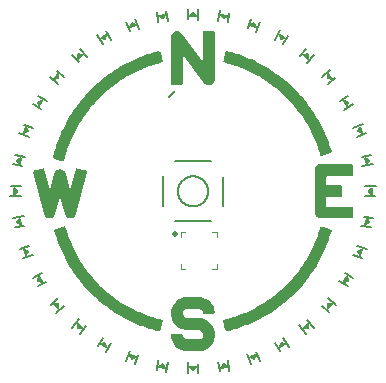
<source format=gbr>
G04 EAGLE Gerber RS-274X export*
G75*
%MOMM*%
%FSLAX34Y34*%
%LPD*%
%INSilkscreen Top*%
%IPPOS*%
%AMOC8*
5,1,8,0,0,1.08239X$1,22.5*%
G01*
%ADD10C,0.203200*%
%ADD11C,0.127000*%
%ADD12C,0.500000*%
%ADD13C,0.120000*%

G36*
X60495Y195605D02*
X60495Y195605D01*
X60497Y195605D01*
X60586Y195643D01*
X60678Y195680D01*
X60679Y195681D01*
X60680Y195682D01*
X60748Y195751D01*
X60818Y195821D01*
X60818Y195823D01*
X60820Y195824D01*
X60825Y195837D01*
X60884Y195974D01*
X61371Y197914D01*
X61891Y199841D01*
X62445Y201758D01*
X63032Y203664D01*
X63653Y205562D01*
X64308Y207447D01*
X64995Y209320D01*
X65716Y211180D01*
X66471Y213030D01*
X67256Y214862D01*
X68075Y216683D01*
X68926Y218488D01*
X69809Y220278D01*
X70723Y222052D01*
X71668Y223808D01*
X72646Y225550D01*
X73653Y227272D01*
X74691Y228977D01*
X75758Y230662D01*
X76856Y232329D01*
X77983Y233977D01*
X79138Y235603D01*
X80323Y237210D01*
X81536Y238795D01*
X82776Y240358D01*
X84044Y241899D01*
X85339Y243418D01*
X86659Y244912D01*
X88008Y246385D01*
X89381Y247832D01*
X90780Y249256D01*
X92205Y250655D01*
X93652Y252027D01*
X95125Y253374D01*
X96621Y254695D01*
X98141Y255990D01*
X99681Y257256D01*
X101245Y258496D01*
X102831Y259708D01*
X104439Y260892D01*
X106064Y262046D01*
X107714Y263174D01*
X109379Y264268D01*
X111067Y265337D01*
X112772Y266373D01*
X114495Y267380D01*
X116236Y268356D01*
X117993Y269300D01*
X119768Y270214D01*
X121558Y271096D01*
X123362Y271946D01*
X125185Y272764D01*
X125780Y273019D01*
X126946Y273519D01*
X127018Y273550D01*
X128866Y274302D01*
X130727Y275022D01*
X132601Y275709D01*
X134487Y276363D01*
X136384Y276983D01*
X138290Y277570D01*
X140208Y278123D01*
X142137Y278642D01*
X144076Y279128D01*
X144080Y279130D01*
X144085Y279130D01*
X144170Y279173D01*
X144255Y279213D01*
X144258Y279217D01*
X144263Y279219D01*
X144324Y279291D01*
X144387Y279362D01*
X144389Y279367D01*
X144392Y279371D01*
X144420Y279461D01*
X144450Y279551D01*
X144450Y279556D01*
X144451Y279561D01*
X144440Y279727D01*
X142596Y287530D01*
X142588Y287546D01*
X142586Y287564D01*
X142547Y287636D01*
X142513Y287710D01*
X142499Y287722D01*
X142490Y287738D01*
X142374Y287836D01*
X142365Y287844D01*
X142364Y287844D01*
X142363Y287845D01*
X141146Y288561D01*
X141134Y288565D01*
X141125Y288572D01*
X141041Y288597D01*
X140958Y288625D01*
X140946Y288624D01*
X140934Y288628D01*
X140768Y288613D01*
X138828Y288112D01*
X138824Y288110D01*
X138820Y288110D01*
X136887Y287576D01*
X136884Y287575D01*
X136880Y287574D01*
X134956Y287009D01*
X134953Y287007D01*
X134949Y287007D01*
X133035Y286411D01*
X133031Y286409D01*
X133027Y286408D01*
X131123Y285781D01*
X131120Y285779D01*
X131116Y285778D01*
X129222Y285119D01*
X129219Y285117D01*
X129215Y285117D01*
X127333Y284427D01*
X127329Y284425D01*
X127325Y284424D01*
X125454Y283704D01*
X125451Y283702D01*
X125447Y283701D01*
X123588Y282950D01*
X123585Y282948D01*
X123581Y282947D01*
X123530Y282925D01*
X123529Y282925D01*
X122350Y282426D01*
X121735Y282165D01*
X121732Y282163D01*
X121727Y282162D01*
X119894Y281351D01*
X119891Y281348D01*
X119887Y281347D01*
X118068Y280506D01*
X118064Y280503D01*
X118060Y280502D01*
X116255Y279631D01*
X116252Y279629D01*
X116247Y279627D01*
X114457Y278727D01*
X114454Y278724D01*
X114450Y278723D01*
X112674Y277793D01*
X112671Y277790D01*
X112667Y277789D01*
X110907Y276830D01*
X110904Y276827D01*
X110899Y276826D01*
X109155Y275838D01*
X109152Y275835D01*
X109148Y275834D01*
X107420Y274818D01*
X107418Y274815D01*
X107413Y274813D01*
X105703Y273769D01*
X105700Y273766D01*
X105696Y273765D01*
X104002Y272692D01*
X103999Y272689D01*
X103995Y272688D01*
X102320Y271588D01*
X102317Y271585D01*
X102313Y271583D01*
X100655Y270456D01*
X100653Y270453D01*
X100649Y270451D01*
X99010Y269297D01*
X99007Y269294D01*
X99003Y269292D01*
X97384Y268111D01*
X97381Y268108D01*
X97377Y268106D01*
X95777Y266898D01*
X95775Y266896D01*
X95771Y266893D01*
X94191Y265660D01*
X94188Y265657D01*
X94184Y265655D01*
X92625Y264396D01*
X92622Y264393D01*
X92618Y264390D01*
X91080Y263106D01*
X91077Y263103D01*
X91073Y263101D01*
X89556Y261791D01*
X89554Y261788D01*
X89550Y261786D01*
X88054Y260451D01*
X88052Y260448D01*
X88048Y260446D01*
X86574Y259087D01*
X86572Y259084D01*
X86568Y259082D01*
X85116Y257699D01*
X85114Y257696D01*
X85111Y257694D01*
X83682Y256288D01*
X83680Y256284D01*
X83676Y256282D01*
X82271Y254853D01*
X82269Y254850D01*
X82265Y254847D01*
X80883Y253395D01*
X80881Y253392D01*
X80878Y253389D01*
X79520Y251914D01*
X79518Y251911D01*
X79514Y251908D01*
X78181Y250412D01*
X78179Y250409D01*
X78175Y250406D01*
X76866Y248888D01*
X76864Y248884D01*
X76861Y248881D01*
X75577Y247342D01*
X75575Y247339D01*
X75572Y247336D01*
X74313Y245776D01*
X74312Y245772D01*
X74308Y245769D01*
X73075Y244189D01*
X73074Y244185D01*
X73070Y244182D01*
X71864Y242582D01*
X71862Y242578D01*
X71859Y242575D01*
X70678Y240955D01*
X70677Y240952D01*
X70674Y240948D01*
X69520Y239309D01*
X69518Y239306D01*
X69515Y239303D01*
X68389Y237645D01*
X68387Y237641D01*
X68384Y237638D01*
X67285Y235962D01*
X67283Y235958D01*
X67280Y235955D01*
X66208Y234261D01*
X66207Y234257D01*
X66204Y234254D01*
X65160Y232543D01*
X65159Y232539D01*
X65156Y232536D01*
X64141Y230808D01*
X64139Y230804D01*
X64136Y230800D01*
X63149Y229056D01*
X63148Y229052D01*
X63145Y229049D01*
X62187Y227288D01*
X62186Y227284D01*
X62183Y227281D01*
X61254Y225505D01*
X61253Y225501D01*
X61250Y225498D01*
X60350Y223707D01*
X60349Y223703D01*
X60346Y223699D01*
X59476Y221894D01*
X59475Y221890D01*
X59472Y221886D01*
X58632Y220067D01*
X58631Y220063D01*
X58628Y220059D01*
X57818Y218226D01*
X57817Y218222D01*
X57814Y218218D01*
X57034Y216372D01*
X57033Y216368D01*
X57031Y216365D01*
X56280Y214506D01*
X56280Y214502D01*
X56277Y214498D01*
X55558Y212627D01*
X55557Y212623D01*
X55555Y212620D01*
X54866Y210737D01*
X54866Y210733D01*
X54864Y210729D01*
X54206Y208836D01*
X54205Y208832D01*
X54203Y208828D01*
X53576Y206924D01*
X53576Y206921D01*
X53574Y206916D01*
X52978Y205002D01*
X52978Y204999D01*
X52976Y204995D01*
X52412Y203071D01*
X52412Y203067D01*
X52410Y203063D01*
X51877Y201131D01*
X51877Y201127D01*
X51875Y201123D01*
X51374Y199182D01*
X51373Y199157D01*
X51364Y199133D01*
X51368Y199058D01*
X51364Y198984D01*
X51372Y198960D01*
X51374Y198935D01*
X51419Y198832D01*
X51432Y198797D01*
X51437Y198791D01*
X51441Y198783D01*
X52218Y197604D01*
X52222Y197600D01*
X52224Y197595D01*
X52292Y197529D01*
X52358Y197463D01*
X52363Y197461D01*
X52367Y197457D01*
X52520Y197392D01*
X58372Y196009D01*
X58378Y196009D01*
X58385Y196006D01*
X60298Y195606D01*
X60394Y195606D01*
X60494Y195605D01*
X60495Y195605D01*
G37*
G36*
X278494Y199891D02*
X278494Y199891D01*
X286187Y202039D01*
X286193Y202042D01*
X286200Y202043D01*
X286282Y202088D01*
X286364Y202129D01*
X286368Y202135D01*
X286375Y202138D01*
X286482Y202266D01*
X287200Y203478D01*
X287207Y203499D01*
X287220Y203517D01*
X287239Y203593D01*
X287265Y203666D01*
X287264Y203688D01*
X287269Y203709D01*
X287254Y203835D01*
X287252Y203865D01*
X287250Y203869D01*
X287249Y203875D01*
X286682Y205789D01*
X286680Y205792D01*
X286679Y205797D01*
X286080Y207701D01*
X286079Y207705D01*
X286078Y207709D01*
X285448Y209604D01*
X285446Y209607D01*
X285446Y209612D01*
X284785Y211496D01*
X284783Y211499D01*
X284782Y211503D01*
X284090Y213376D01*
X284088Y213379D01*
X284088Y213384D01*
X283365Y215245D01*
X283363Y215248D01*
X283362Y215253D01*
X282610Y217102D01*
X282607Y217105D01*
X282606Y217110D01*
X281823Y218946D01*
X281821Y218949D01*
X281820Y218954D01*
X281007Y220777D01*
X281004Y220780D01*
X281003Y220785D01*
X280160Y222594D01*
X280158Y222597D01*
X280156Y222602D01*
X279284Y224397D01*
X279281Y224400D01*
X279280Y224405D01*
X278378Y226186D01*
X278375Y226189D01*
X278374Y226193D01*
X277442Y227959D01*
X277440Y227962D01*
X277438Y227966D01*
X276478Y229717D01*
X276475Y229720D01*
X276474Y229724D01*
X275485Y231458D01*
X275482Y231461D01*
X275481Y231465D01*
X274463Y233183D01*
X274460Y233186D01*
X274459Y233190D01*
X273413Y234891D01*
X273410Y234894D01*
X273409Y234898D01*
X272335Y236581D01*
X272333Y236584D01*
X272331Y236588D01*
X271230Y238253D01*
X271227Y238256D01*
X271225Y238260D01*
X270097Y239907D01*
X270094Y239910D01*
X270092Y239914D01*
X268937Y241543D01*
X268934Y241545D01*
X268932Y241549D01*
X267750Y243158D01*
X267747Y243161D01*
X267745Y243165D01*
X266537Y244754D01*
X266534Y244757D01*
X266532Y244761D01*
X265298Y246330D01*
X265295Y246333D01*
X265292Y246337D01*
X264033Y247886D01*
X264030Y247888D01*
X264028Y247892D01*
X262742Y249420D01*
X262739Y249422D01*
X262737Y249426D01*
X261427Y250933D01*
X261424Y250935D01*
X261422Y250939D01*
X260087Y252424D01*
X260084Y252426D01*
X260082Y252430D01*
X258723Y253893D01*
X258720Y253895D01*
X258717Y253899D01*
X257335Y255339D01*
X257332Y255342D01*
X257329Y255345D01*
X255923Y256763D01*
X255920Y256765D01*
X255917Y256768D01*
X254488Y258163D01*
X254485Y258165D01*
X254482Y258168D01*
X253030Y259539D01*
X253027Y259541D01*
X253024Y259545D01*
X251550Y260891D01*
X251547Y260893D01*
X251544Y260897D01*
X250048Y262219D01*
X250045Y262221D01*
X250042Y262224D01*
X248524Y263522D01*
X248521Y263523D01*
X248518Y263527D01*
X246979Y264799D01*
X246976Y264801D01*
X246973Y264804D01*
X245414Y266051D01*
X245410Y266053D01*
X245407Y266056D01*
X243828Y267277D01*
X243824Y267279D01*
X243821Y267282D01*
X242222Y268477D01*
X242218Y268479D01*
X242215Y268482D01*
X240596Y269651D01*
X240593Y269652D01*
X240590Y269655D01*
X238952Y270797D01*
X238948Y270799D01*
X238945Y270802D01*
X237289Y271917D01*
X237285Y271918D01*
X237282Y271921D01*
X235607Y273008D01*
X235604Y273010D01*
X235600Y273013D01*
X233908Y274072D01*
X233905Y274074D01*
X233901Y274077D01*
X232192Y275108D01*
X232188Y275110D01*
X232185Y275113D01*
X230459Y276116D01*
X230455Y276117D01*
X230451Y276120D01*
X228709Y277095D01*
X228705Y277096D01*
X228702Y277099D01*
X226944Y278045D01*
X226940Y278046D01*
X226936Y278049D01*
X225163Y278966D01*
X225159Y278967D01*
X225155Y278969D01*
X223367Y279857D01*
X223363Y279858D01*
X223360Y279861D01*
X221557Y280719D01*
X221553Y280720D01*
X221549Y280722D01*
X219733Y281550D01*
X219729Y281551D01*
X219725Y281554D01*
X217895Y282352D01*
X217892Y282353D01*
X217888Y282355D01*
X216045Y283123D01*
X216041Y283124D01*
X216037Y283126D01*
X214182Y283864D01*
X214178Y283865D01*
X214174Y283867D01*
X212307Y284574D01*
X212303Y284574D01*
X212299Y284577D01*
X210421Y285253D01*
X210417Y285253D01*
X210413Y285256D01*
X208524Y285901D01*
X208520Y285901D01*
X208516Y285903D01*
X206616Y286517D01*
X206612Y286518D01*
X206608Y286520D01*
X204698Y287102D01*
X204695Y287103D01*
X204691Y287105D01*
X202772Y287656D01*
X202768Y287656D01*
X202764Y287658D01*
X200836Y288178D01*
X200832Y288178D01*
X200828Y288180D01*
X198892Y288668D01*
X198830Y288671D01*
X198769Y288683D01*
X198732Y288675D01*
X198693Y288677D01*
X198635Y288656D01*
X198574Y288643D01*
X198537Y288619D01*
X198507Y288608D01*
X198480Y288582D01*
X198434Y288553D01*
X197373Y287589D01*
X197334Y287535D01*
X197288Y287488D01*
X197273Y287452D01*
X197255Y287429D01*
X197246Y287389D01*
X197223Y287334D01*
X195845Y281505D01*
X195844Y281485D01*
X195836Y281460D01*
X195581Y279642D01*
X195586Y279560D01*
X195585Y279478D01*
X195591Y279461D01*
X195593Y279444D01*
X195629Y279370D01*
X195661Y279294D01*
X195673Y279281D01*
X195681Y279266D01*
X195744Y279212D01*
X195802Y279154D01*
X195820Y279146D01*
X195832Y279136D01*
X195875Y279123D01*
X195955Y279088D01*
X197890Y278609D01*
X199810Y278098D01*
X201721Y277553D01*
X203622Y276974D01*
X205514Y276361D01*
X207393Y275715D01*
X209262Y275035D01*
X211116Y274323D01*
X212959Y273577D01*
X214788Y272799D01*
X216603Y271989D01*
X218404Y271146D01*
X220188Y270272D01*
X221957Y269366D01*
X223711Y268427D01*
X225446Y267459D01*
X227164Y266460D01*
X228865Y265430D01*
X230547Y264371D01*
X232208Y263282D01*
X233852Y262163D01*
X235474Y261016D01*
X237078Y259839D01*
X238658Y258635D01*
X240218Y257402D01*
X241755Y256143D01*
X243271Y254855D01*
X244761Y253542D01*
X246230Y252202D01*
X247675Y250836D01*
X249093Y249446D01*
X250488Y248030D01*
X251860Y246588D01*
X253202Y245125D01*
X254520Y243636D01*
X255812Y242124D01*
X257074Y240591D01*
X258312Y239034D01*
X259521Y237456D01*
X260701Y235858D01*
X261853Y234238D01*
X262976Y232598D01*
X264070Y230938D01*
X265134Y229259D01*
X266168Y227562D01*
X267172Y225845D01*
X268145Y224113D01*
X269087Y222363D01*
X269998Y220595D01*
X270877Y218814D01*
X271724Y217016D01*
X272540Y215201D01*
X273322Y213376D01*
X274073Y211534D01*
X274791Y209681D01*
X275475Y207815D01*
X276126Y205936D01*
X276744Y204049D01*
X277329Y202147D01*
X277881Y200234D01*
X277883Y200228D01*
X277884Y200222D01*
X277929Y200140D01*
X277973Y200058D01*
X277977Y200054D01*
X277980Y200048D01*
X278054Y199990D01*
X278126Y199931D01*
X278132Y199929D01*
X278137Y199926D01*
X278228Y199901D01*
X278317Y199875D01*
X278323Y199876D01*
X278329Y199874D01*
X278494Y199891D01*
G37*
G36*
X141133Y51460D02*
X141133Y51460D01*
X141171Y51458D01*
X141230Y51480D01*
X141290Y51492D01*
X141328Y51516D01*
X141358Y51527D01*
X141385Y51553D01*
X141431Y51582D01*
X142492Y52546D01*
X142531Y52600D01*
X142577Y52647D01*
X142592Y52683D01*
X142609Y52706D01*
X142619Y52745D01*
X142627Y52766D01*
X142630Y52770D01*
X142631Y52774D01*
X142642Y52801D01*
X144020Y58630D01*
X144021Y58650D01*
X144028Y58675D01*
X144284Y60493D01*
X144279Y60575D01*
X144280Y60658D01*
X144274Y60674D01*
X144272Y60691D01*
X144236Y60765D01*
X144204Y60841D01*
X144192Y60854D01*
X144184Y60869D01*
X144121Y60923D01*
X144063Y60981D01*
X144045Y60989D01*
X144033Y60999D01*
X143990Y61012D01*
X143910Y61047D01*
X141975Y61526D01*
X140055Y62037D01*
X138144Y62582D01*
X136243Y63161D01*
X134351Y63774D01*
X132473Y64420D01*
X130604Y65100D01*
X128748Y65812D01*
X126906Y66558D01*
X125075Y67337D01*
X123263Y68146D01*
X121461Y68989D01*
X119677Y69863D01*
X117908Y70770D01*
X116154Y71708D01*
X114419Y72676D01*
X112701Y73675D01*
X111000Y74705D01*
X109318Y75764D01*
X107657Y76853D01*
X106013Y77972D01*
X104390Y79120D01*
X102788Y80296D01*
X101207Y81500D01*
X99647Y82733D01*
X98110Y83992D01*
X96594Y85280D01*
X95104Y86593D01*
X93635Y87933D01*
X92190Y89299D01*
X90772Y90689D01*
X89376Y92106D01*
X88006Y93547D01*
X86663Y95010D01*
X85345Y96499D01*
X84053Y98011D01*
X82791Y99544D01*
X81553Y101101D01*
X80344Y102679D01*
X79165Y104276D01*
X78011Y105899D01*
X76889Y107537D01*
X75795Y109197D01*
X74731Y110876D01*
X73697Y112573D01*
X72693Y114290D01*
X71720Y116022D01*
X70778Y117772D01*
X69867Y119540D01*
X68988Y121321D01*
X68141Y123120D01*
X67325Y124934D01*
X66543Y126758D01*
X65792Y128600D01*
X65074Y130455D01*
X64390Y132320D01*
X63739Y134198D01*
X63121Y136087D01*
X62536Y137988D01*
X61984Y139901D01*
X61982Y139907D01*
X61981Y139913D01*
X61935Y139995D01*
X61892Y140077D01*
X61888Y140081D01*
X61885Y140087D01*
X61811Y140145D01*
X61739Y140204D01*
X61733Y140206D01*
X61728Y140209D01*
X61637Y140234D01*
X61548Y140260D01*
X61542Y140260D01*
X61536Y140261D01*
X61371Y140244D01*
X53678Y138096D01*
X53672Y138093D01*
X53665Y138092D01*
X53584Y138048D01*
X53501Y138006D01*
X53497Y138000D01*
X53490Y137997D01*
X53383Y137870D01*
X52665Y136657D01*
X52658Y136636D01*
X52645Y136618D01*
X52626Y136543D01*
X52600Y136469D01*
X52601Y136447D01*
X52596Y136426D01*
X52611Y136301D01*
X52613Y136270D01*
X52615Y136266D01*
X52616Y136260D01*
X53183Y134346D01*
X53185Y134343D01*
X53186Y134338D01*
X53784Y132434D01*
X53786Y132430D01*
X53787Y132426D01*
X54417Y130531D01*
X54419Y130528D01*
X54419Y130524D01*
X55080Y128639D01*
X55082Y128636D01*
X55083Y128632D01*
X55774Y126759D01*
X55776Y126756D01*
X55777Y126751D01*
X56500Y124890D01*
X56502Y124887D01*
X56503Y124882D01*
X57255Y123033D01*
X57258Y123030D01*
X57259Y123025D01*
X58042Y121189D01*
X58044Y121186D01*
X58045Y121181D01*
X58858Y119358D01*
X58861Y119355D01*
X58862Y119350D01*
X58960Y119140D01*
X59658Y117643D01*
X59658Y117642D01*
X59705Y117541D01*
X59707Y117538D01*
X59709Y117533D01*
X60581Y115738D01*
X60584Y115735D01*
X60585Y115730D01*
X61487Y113949D01*
X61490Y113946D01*
X61491Y113942D01*
X62423Y112176D01*
X62425Y112173D01*
X62427Y112169D01*
X63387Y110419D01*
X63390Y110416D01*
X63391Y110411D01*
X64380Y108677D01*
X64383Y108674D01*
X64384Y108670D01*
X65402Y106952D01*
X65405Y106949D01*
X65406Y106945D01*
X66452Y105244D01*
X66455Y105242D01*
X66456Y105237D01*
X67530Y103554D01*
X67532Y103551D01*
X67534Y103547D01*
X68635Y101882D01*
X68638Y101879D01*
X68640Y101875D01*
X69768Y100228D01*
X69771Y100225D01*
X69773Y100221D01*
X70928Y98593D01*
X70931Y98590D01*
X70933Y98586D01*
X72115Y96977D01*
X72118Y96974D01*
X72120Y96970D01*
X73328Y95381D01*
X73331Y95378D01*
X73333Y95374D01*
X74567Y93805D01*
X74570Y93802D01*
X74572Y93798D01*
X75832Y92249D01*
X75835Y92247D01*
X75837Y92243D01*
X77122Y90715D01*
X77125Y90713D01*
X77128Y90709D01*
X78438Y89202D01*
X78441Y89200D01*
X78443Y89196D01*
X79778Y87711D01*
X79781Y87709D01*
X79783Y87705D01*
X81142Y86242D01*
X81145Y86240D01*
X81148Y86236D01*
X82530Y84796D01*
X82533Y84794D01*
X82536Y84790D01*
X83942Y83372D01*
X83945Y83370D01*
X83948Y83367D01*
X85377Y81972D01*
X85380Y81970D01*
X85383Y81967D01*
X86835Y80596D01*
X86838Y80594D01*
X86841Y80591D01*
X88315Y79244D01*
X88318Y79242D01*
X88321Y79239D01*
X89817Y77916D01*
X89820Y77915D01*
X89823Y77911D01*
X91341Y76614D01*
X91344Y76612D01*
X91347Y76608D01*
X92886Y75336D01*
X92889Y75334D01*
X92892Y75331D01*
X94451Y74084D01*
X94455Y74082D01*
X94458Y74079D01*
X96037Y72858D01*
X96041Y72856D01*
X96044Y72853D01*
X97643Y71658D01*
X97647Y71656D01*
X97650Y71653D01*
X99269Y70484D01*
X99272Y70483D01*
X99275Y70480D01*
X100913Y69338D01*
X100917Y69336D01*
X100920Y69333D01*
X102576Y68218D01*
X102580Y68217D01*
X102583Y68214D01*
X104258Y67127D01*
X104261Y67125D01*
X104265Y67122D01*
X105957Y66063D01*
X105960Y66061D01*
X105964Y66058D01*
X107673Y65027D01*
X107677Y65025D01*
X107680Y65023D01*
X109406Y64019D01*
X109410Y64018D01*
X109414Y64015D01*
X111156Y63040D01*
X111160Y63039D01*
X111163Y63036D01*
X112921Y62090D01*
X112925Y62089D01*
X112929Y62086D01*
X114702Y61170D01*
X114706Y61168D01*
X114709Y61166D01*
X116498Y60278D01*
X116502Y60277D01*
X116505Y60275D01*
X118308Y59417D01*
X118312Y59416D01*
X118316Y59413D01*
X120132Y58585D01*
X120136Y58584D01*
X120140Y58581D01*
X121970Y57783D01*
X121973Y57782D01*
X121977Y57780D01*
X123820Y57012D01*
X123824Y57011D01*
X123828Y57009D01*
X125683Y56271D01*
X125687Y56271D01*
X125691Y56268D01*
X127558Y55561D01*
X127562Y55561D01*
X127566Y55558D01*
X129444Y54882D01*
X129448Y54882D01*
X129452Y54880D01*
X131341Y54234D01*
X131345Y54234D01*
X131349Y54232D01*
X133249Y53618D01*
X133253Y53617D01*
X133257Y53615D01*
X135166Y53033D01*
X135170Y53032D01*
X135174Y53030D01*
X137093Y52479D01*
X137097Y52479D01*
X137101Y52477D01*
X139029Y51957D01*
X139033Y51957D01*
X139037Y51955D01*
X140973Y51467D01*
X141035Y51464D01*
X141096Y51452D01*
X141133Y51460D01*
G37*
G36*
X199024Y51505D02*
X199024Y51505D01*
X199049Y51505D01*
X199053Y51507D01*
X199057Y51507D01*
X200992Y51998D01*
X200996Y52000D01*
X201000Y52000D01*
X202927Y52523D01*
X202931Y52524D01*
X202935Y52525D01*
X204853Y53079D01*
X204857Y53081D01*
X204861Y53081D01*
X206770Y53667D01*
X206773Y53668D01*
X206778Y53669D01*
X208677Y54286D01*
X208680Y54287D01*
X208685Y54288D01*
X210573Y54936D01*
X210576Y54938D01*
X210581Y54939D01*
X212459Y55617D01*
X212462Y55619D01*
X212466Y55620D01*
X214333Y56330D01*
X214336Y56332D01*
X214340Y56333D01*
X216194Y57073D01*
X216198Y57075D01*
X216202Y57076D01*
X218044Y57847D01*
X218047Y57849D01*
X218052Y57850D01*
X219880Y58651D01*
X219883Y58653D01*
X219888Y58654D01*
X221703Y59485D01*
X221706Y59487D01*
X221711Y59488D01*
X223512Y60349D01*
X223515Y60351D01*
X223520Y60353D01*
X225307Y61243D01*
X225310Y61245D01*
X225314Y61246D01*
X227086Y62166D01*
X227089Y62168D01*
X227094Y62170D01*
X228851Y63118D01*
X228854Y63121D01*
X228858Y63122D01*
X230599Y64099D01*
X230602Y64102D01*
X230606Y64104D01*
X232331Y65109D01*
X232334Y65112D01*
X232338Y65114D01*
X234046Y66148D01*
X234048Y66150D01*
X234053Y66152D01*
X235743Y67214D01*
X235746Y67216D01*
X235750Y67218D01*
X237423Y68308D01*
X237426Y68311D01*
X237430Y68312D01*
X239085Y69429D01*
X239088Y69432D01*
X239092Y69434D01*
X240728Y70578D01*
X240731Y70581D01*
X240735Y70583D01*
X242352Y71754D01*
X242355Y71757D01*
X242359Y71759D01*
X243956Y72956D01*
X243959Y72959D01*
X243963Y72961D01*
X245541Y74184D01*
X245543Y74187D01*
X245547Y74189D01*
X247105Y75438D01*
X247107Y75441D01*
X247111Y75443D01*
X248648Y76718D01*
X248650Y76721D01*
X248654Y76723D01*
X250170Y78023D01*
X250172Y78026D01*
X250176Y78028D01*
X251670Y79352D01*
X251673Y79355D01*
X251676Y79358D01*
X253149Y80706D01*
X253151Y80709D01*
X253155Y80712D01*
X254605Y82085D01*
X254607Y82088D01*
X254611Y82090D01*
X256038Y83486D01*
X256040Y83490D01*
X256044Y83492D01*
X257448Y84912D01*
X257450Y84915D01*
X257453Y84918D01*
X258834Y86360D01*
X258836Y86363D01*
X258840Y86366D01*
X260196Y87831D01*
X260198Y87834D01*
X260202Y87837D01*
X261534Y89324D01*
X261536Y89327D01*
X261540Y89330D01*
X262848Y90838D01*
X262849Y90841D01*
X262853Y90844D01*
X264136Y92374D01*
X264138Y92378D01*
X264141Y92381D01*
X265399Y93931D01*
X265400Y93935D01*
X265404Y93938D01*
X266636Y95509D01*
X266638Y95512D01*
X266641Y95515D01*
X267847Y97106D01*
X267849Y97110D01*
X267852Y97113D01*
X269031Y98724D01*
X269033Y98727D01*
X269036Y98731D01*
X270189Y100360D01*
X270191Y100364D01*
X270194Y100367D01*
X271320Y102016D01*
X271321Y102019D01*
X271325Y102023D01*
X272423Y103690D01*
X272425Y103693D01*
X272428Y103697D01*
X273499Y105382D01*
X273500Y105385D01*
X273503Y105389D01*
X274547Y107091D01*
X274548Y107094D01*
X274551Y107098D01*
X275566Y108817D01*
X275567Y108821D01*
X275570Y108824D01*
X276557Y110560D01*
X276558Y110564D01*
X276561Y110567D01*
X277519Y112319D01*
X277520Y112322D01*
X277523Y112326D01*
X278452Y114093D01*
X278453Y114097D01*
X278456Y114101D01*
X279355Y115883D01*
X279356Y115887D01*
X279359Y115890D01*
X280229Y117687D01*
X280230Y117691D01*
X280233Y117695D01*
X281074Y119505D01*
X281074Y119509D01*
X281077Y119513D01*
X281888Y121337D01*
X281889Y121341D01*
X281891Y121345D01*
X282672Y123183D01*
X282672Y123186D01*
X282675Y123190D01*
X283425Y125040D01*
X283426Y125044D01*
X283428Y125048D01*
X284148Y126910D01*
X284149Y126914D01*
X284151Y126918D01*
X284840Y128792D01*
X284840Y128796D01*
X284843Y128800D01*
X285501Y130685D01*
X285501Y130688D01*
X285503Y130692D01*
X286130Y132588D01*
X286131Y132592D01*
X286133Y132596D01*
X286729Y134501D01*
X286729Y134505D01*
X286731Y134509D01*
X287296Y136424D01*
X287301Y136487D01*
X287316Y136549D01*
X287310Y136585D01*
X287313Y136622D01*
X287293Y136683D01*
X287283Y136745D01*
X287261Y136782D01*
X287251Y136811D01*
X287226Y136840D01*
X287198Y136888D01*
X286270Y137984D01*
X286219Y138024D01*
X286174Y138071D01*
X286137Y138088D01*
X286114Y138107D01*
X286076Y138117D01*
X286023Y138142D01*
X280254Y139753D01*
X280234Y139754D01*
X280209Y139763D01*
X278404Y140091D01*
X278321Y140089D01*
X278239Y140093D01*
X278222Y140087D01*
X278205Y140087D01*
X278130Y140053D01*
X278052Y140024D01*
X278039Y140013D01*
X278023Y140005D01*
X277967Y139945D01*
X277907Y139888D01*
X277899Y139871D01*
X277888Y139860D01*
X277873Y139817D01*
X277835Y139739D01*
X277280Y137825D01*
X276693Y135926D01*
X276072Y134038D01*
X275418Y132161D01*
X274731Y130296D01*
X274011Y128443D01*
X273258Y126604D01*
X272472Y124777D01*
X271654Y122967D01*
X270804Y121170D01*
X269922Y119388D01*
X269008Y117622D01*
X268064Y115874D01*
X267088Y114142D01*
X266082Y112427D01*
X265046Y110732D01*
X263980Y109056D01*
X262883Y107397D01*
X261756Y105756D01*
X260604Y104141D01*
X259420Y102543D01*
X258209Y100967D01*
X256969Y99412D01*
X255704Y97881D01*
X254409Y96370D01*
X253091Y94885D01*
X251744Y93422D01*
X250373Y91984D01*
X248976Y90570D01*
X247553Y89180D01*
X246108Y87819D01*
X244636Y86479D01*
X243144Y85169D01*
X241626Y83883D01*
X240087Y82626D01*
X238526Y81396D01*
X236942Y80194D01*
X235338Y79020D01*
X233715Y77876D01*
X232068Y76758D01*
X230405Y75672D01*
X228722Y74615D01*
X227021Y73588D01*
X225299Y72591D01*
X223562Y71625D01*
X221810Y70692D01*
X220039Y69788D01*
X218252Y68916D01*
X216450Y68075D01*
X214635Y67268D01*
X212803Y66492D01*
X210961Y65751D01*
X209104Y65040D01*
X207234Y64363D01*
X205354Y63720D01*
X203462Y63110D01*
X201561Y62535D01*
X199647Y61992D01*
X197726Y61484D01*
X195791Y61008D01*
X195786Y61005D01*
X195780Y61005D01*
X195696Y60963D01*
X195612Y60923D01*
X195607Y60919D01*
X195602Y60916D01*
X195541Y60844D01*
X195479Y60775D01*
X195477Y60769D01*
X195473Y60764D01*
X195445Y60675D01*
X195415Y60586D01*
X195416Y60580D01*
X195414Y60574D01*
X195425Y60408D01*
X197262Y52636D01*
X197265Y52629D01*
X197266Y52620D01*
X197307Y52539D01*
X197345Y52456D01*
X197351Y52450D01*
X197355Y52442D01*
X197478Y52331D01*
X198665Y51571D01*
X198684Y51563D01*
X198701Y51550D01*
X198777Y51528D01*
X198851Y51499D01*
X198871Y51500D01*
X198891Y51494D01*
X199024Y51505D01*
G37*
G36*
X66635Y147072D02*
X66635Y147072D01*
X66677Y147072D01*
X66686Y147076D01*
X66698Y147078D01*
X68614Y147595D01*
X68639Y147607D01*
X68666Y147612D01*
X68755Y147665D01*
X68792Y147684D01*
X68798Y147692D01*
X68808Y147698D01*
X70316Y148989D01*
X70332Y149010D01*
X70355Y149026D01*
X70413Y149114D01*
X70438Y149145D01*
X70441Y149154D01*
X70447Y149164D01*
X71258Y150976D01*
X71266Y151012D01*
X71286Y151059D01*
X80022Y186003D01*
X80024Y186044D01*
X80035Y186084D01*
X80028Y186143D01*
X80031Y186202D01*
X80017Y186240D01*
X80012Y186281D01*
X79977Y186347D01*
X79962Y186388D01*
X79947Y186404D01*
X79934Y186428D01*
X79066Y187558D01*
X79003Y187613D01*
X78943Y187671D01*
X78927Y187679D01*
X78915Y187688D01*
X78873Y187702D01*
X78791Y187738D01*
X72968Y189197D01*
X72954Y189197D01*
X72938Y189203D01*
X71081Y189549D01*
X70988Y189547D01*
X70896Y189548D01*
X70889Y189546D01*
X70882Y189545D01*
X70798Y189508D01*
X70712Y189473D01*
X70707Y189468D01*
X70701Y189465D01*
X70637Y189397D01*
X70572Y189331D01*
X70569Y189324D01*
X70565Y189320D01*
X70553Y189287D01*
X70506Y189179D01*
X66060Y171389D01*
X62224Y184806D01*
X62207Y184839D01*
X62191Y184890D01*
X61310Y186670D01*
X61292Y186694D01*
X61281Y186722D01*
X61215Y186793D01*
X61188Y186827D01*
X61178Y186833D01*
X61168Y186844D01*
X59597Y188055D01*
X59571Y188067D01*
X59550Y188087D01*
X59456Y188124D01*
X59419Y188142D01*
X59408Y188143D01*
X59396Y188148D01*
X57453Y188558D01*
X57429Y188558D01*
X57407Y188565D01*
X57288Y188559D01*
X57254Y188559D01*
X57248Y188557D01*
X57241Y188557D01*
X55303Y188124D01*
X55277Y188112D01*
X55248Y188109D01*
X55160Y188060D01*
X55121Y188043D01*
X55114Y188035D01*
X55102Y188029D01*
X53547Y186799D01*
X53527Y186776D01*
X53503Y186759D01*
X53446Y186680D01*
X53418Y186647D01*
X53415Y186636D01*
X53407Y186624D01*
X52544Y184834D01*
X52535Y184800D01*
X52514Y184755D01*
X48692Y171389D01*
X44234Y189230D01*
X44234Y189231D01*
X44190Y189322D01*
X44148Y189410D01*
X44086Y189465D01*
X43999Y189542D01*
X43896Y189576D01*
X43811Y189605D01*
X43810Y189605D01*
X43644Y189597D01*
X41749Y189188D01*
X41742Y189185D01*
X41733Y189184D01*
X35910Y187725D01*
X35823Y187683D01*
X35736Y187643D01*
X35733Y187641D01*
X35731Y187639D01*
X35715Y187622D01*
X35620Y187524D01*
X34816Y186356D01*
X34805Y186330D01*
X34787Y186308D01*
X34767Y186239D01*
X34738Y186173D01*
X34738Y186144D01*
X34730Y186117D01*
X34738Y186015D01*
X34738Y185974D01*
X34742Y185964D01*
X34743Y185951D01*
X43479Y151008D01*
X43495Y150975D01*
X43508Y150925D01*
X44320Y149112D01*
X44337Y149088D01*
X44347Y149059D01*
X44410Y148986D01*
X44436Y148950D01*
X44446Y148944D01*
X44455Y148933D01*
X45978Y147662D01*
X46003Y147648D01*
X46024Y147628D01*
X46115Y147588D01*
X46153Y147568D01*
X46164Y147567D01*
X46176Y147561D01*
X48102Y147078D01*
X48125Y147077D01*
X48147Y147069D01*
X48267Y147071D01*
X48301Y147069D01*
X48306Y147071D01*
X48314Y147072D01*
X50267Y147429D01*
X50293Y147440D01*
X50321Y147442D01*
X50412Y147488D01*
X50451Y147503D01*
X50459Y147511D01*
X50470Y147517D01*
X52074Y148683D01*
X52095Y148706D01*
X52122Y148722D01*
X52179Y148797D01*
X52209Y148829D01*
X52213Y148841D01*
X52223Y148854D01*
X53147Y150611D01*
X53158Y150650D01*
X53185Y150706D01*
X57376Y165369D01*
X61574Y150683D01*
X61594Y150645D01*
X61616Y150581D01*
X62569Y148840D01*
X62587Y148819D01*
X62598Y148793D01*
X62671Y148719D01*
X62697Y148688D01*
X62706Y148683D01*
X62714Y148675D01*
X64323Y147513D01*
X64348Y147501D01*
X64369Y147483D01*
X64467Y147448D01*
X64504Y147431D01*
X64514Y147430D01*
X64526Y147426D01*
X66478Y147069D01*
X66505Y147069D01*
X66532Y147062D01*
X66635Y147072D01*
G37*
G36*
X159964Y259633D02*
X159964Y259633D01*
X160058Y259651D01*
X160060Y259653D01*
X160062Y259653D01*
X160075Y259662D01*
X160199Y259740D01*
X161259Y260685D01*
X161276Y260706D01*
X161297Y260722D01*
X161335Y260785D01*
X161379Y260844D01*
X161385Y260870D01*
X161399Y260893D01*
X161416Y260997D01*
X161426Y261037D01*
X161425Y261046D01*
X161427Y261057D01*
X161427Y285628D01*
X178575Y262763D01*
X178579Y262760D01*
X178581Y262756D01*
X179812Y261174D01*
X179818Y261169D01*
X179933Y261063D01*
X181598Y259976D01*
X181624Y259966D01*
X181646Y259948D01*
X181745Y259918D01*
X181783Y259903D01*
X181793Y259903D01*
X181805Y259899D01*
X183776Y259636D01*
X183804Y259638D01*
X183831Y259632D01*
X183934Y259647D01*
X183975Y259650D01*
X183984Y259654D01*
X183996Y259656D01*
X185888Y260266D01*
X185913Y260280D01*
X185940Y260286D01*
X186025Y260343D01*
X186062Y260363D01*
X186068Y260372D01*
X186079Y260379D01*
X187523Y261746D01*
X187530Y261757D01*
X187539Y261762D01*
X187547Y261775D01*
X187560Y261786D01*
X187613Y261875D01*
X187637Y261909D01*
X187639Y261919D01*
X187645Y261929D01*
X188360Y263785D01*
X188360Y263787D01*
X188361Y263789D01*
X188393Y263953D01*
X188440Y265956D01*
X188439Y265961D01*
X188440Y265967D01*
X188440Y304068D01*
X188421Y304162D01*
X188403Y304256D01*
X188401Y304259D01*
X188400Y304263D01*
X188387Y304283D01*
X188316Y304398D01*
X187378Y305465D01*
X187355Y305482D01*
X187338Y305505D01*
X187276Y305542D01*
X187219Y305585D01*
X187191Y305592D01*
X187167Y305607D01*
X187067Y305623D01*
X187026Y305634D01*
X187016Y305632D01*
X187003Y305634D01*
X178982Y305634D01*
X178979Y305634D01*
X178977Y305634D01*
X178882Y305614D01*
X178787Y305595D01*
X178785Y305593D01*
X178782Y305593D01*
X178702Y305536D01*
X178623Y305482D01*
X178621Y305480D01*
X178619Y305479D01*
X178567Y305396D01*
X178516Y305315D01*
X178515Y305312D01*
X178514Y305310D01*
X178482Y305147D01*
X178437Y303187D01*
X178438Y303181D01*
X178437Y303175D01*
X178437Y279619D01*
X160679Y303297D01*
X160658Y303316D01*
X160636Y303346D01*
X159242Y304771D01*
X159220Y304786D01*
X159203Y304807D01*
X159111Y304859D01*
X159078Y304882D01*
X159068Y304884D01*
X159058Y304890D01*
X157194Y305578D01*
X157165Y305583D01*
X157139Y305595D01*
X157040Y305602D01*
X156998Y305609D01*
X156987Y305606D01*
X156973Y305607D01*
X154993Y305414D01*
X154969Y305407D01*
X154945Y305407D01*
X154837Y305366D01*
X154803Y305356D01*
X154797Y305351D01*
X154789Y305348D01*
X153071Y304346D01*
X153050Y304326D01*
X153023Y304314D01*
X152954Y304241D01*
X152923Y304213D01*
X152918Y304203D01*
X152909Y304193D01*
X151798Y302545D01*
X151787Y302519D01*
X151770Y302497D01*
X151738Y302400D01*
X151722Y302361D01*
X151722Y302351D01*
X151718Y302339D01*
X151429Y300368D01*
X151431Y300337D01*
X151424Y300295D01*
X151424Y260190D01*
X151443Y260093D01*
X151462Y259998D01*
X151463Y259997D01*
X151463Y259995D01*
X151519Y259913D01*
X151573Y259833D01*
X151575Y259832D01*
X151576Y259831D01*
X151659Y259778D01*
X151740Y259725D01*
X151742Y259725D01*
X151743Y259724D01*
X151757Y259722D01*
X151903Y259691D01*
X153831Y259614D01*
X153840Y259615D01*
X153851Y259613D01*
X159867Y259613D01*
X159964Y259633D01*
G37*
G36*
X174335Y34503D02*
X174335Y34503D01*
X174350Y34501D01*
X176353Y34606D01*
X176380Y34613D01*
X176416Y34613D01*
X178389Y34971D01*
X178418Y34983D01*
X178459Y34989D01*
X180360Y35626D01*
X180389Y35643D01*
X180432Y35657D01*
X182210Y36584D01*
X182237Y36606D01*
X182280Y36628D01*
X183881Y37835D01*
X183904Y37861D01*
X183942Y37890D01*
X185322Y39344D01*
X185340Y39373D01*
X185372Y39407D01*
X186501Y41064D01*
X186513Y41094D01*
X186539Y41130D01*
X187402Y42940D01*
X187409Y42970D01*
X187428Y43007D01*
X188022Y44923D01*
X188025Y44952D01*
X188038Y44990D01*
X188364Y46968D01*
X188363Y46997D01*
X188370Y47035D01*
X188430Y49039D01*
X188426Y49067D01*
X188428Y49105D01*
X188223Y51100D01*
X188214Y51128D01*
X188212Y51167D01*
X187740Y53116D01*
X187727Y53143D01*
X187718Y53183D01*
X186978Y55046D01*
X186960Y55073D01*
X186945Y55113D01*
X185936Y56846D01*
X185914Y56871D01*
X185891Y56910D01*
X184623Y58463D01*
X184597Y58485D01*
X184566Y58522D01*
X183061Y59847D01*
X183031Y59864D01*
X182995Y59896D01*
X181291Y60953D01*
X181259Y60965D01*
X181219Y60990D01*
X179367Y61758D01*
X179336Y61765D01*
X179296Y61782D01*
X177350Y62264D01*
X177320Y62266D01*
X177283Y62276D01*
X175289Y62492D01*
X175267Y62490D01*
X175240Y62495D01*
X173233Y62513D01*
X173231Y62512D01*
X173229Y62513D01*
X165261Y62517D01*
X163501Y62948D01*
X162178Y64089D01*
X161508Y65725D01*
X161548Y67508D01*
X162299Y69104D01*
X163685Y70169D01*
X165478Y70519D01*
X173444Y70519D01*
X175328Y70409D01*
X176927Y69632D01*
X178028Y68253D01*
X178450Y66424D01*
X178471Y66380D01*
X178482Y66332D01*
X178512Y66290D01*
X178533Y66243D01*
X178569Y66210D01*
X178598Y66170D01*
X178642Y66143D01*
X178679Y66109D01*
X178726Y66093D01*
X178768Y66067D01*
X178828Y66056D01*
X178867Y66042D01*
X178895Y66044D01*
X178932Y66037D01*
X180918Y66017D01*
X180920Y66017D01*
X180923Y66017D01*
X186944Y66017D01*
X186963Y66020D01*
X186982Y66018D01*
X187060Y66040D01*
X187139Y66056D01*
X187155Y66067D01*
X187173Y66072D01*
X187290Y66159D01*
X187303Y66169D01*
X187304Y66170D01*
X187306Y66172D01*
X188266Y67181D01*
X188289Y67217D01*
X188320Y67248D01*
X188341Y67301D01*
X188372Y67349D01*
X188378Y67392D01*
X188395Y67432D01*
X188396Y67503D01*
X188403Y67546D01*
X188398Y67568D01*
X188398Y67598D01*
X188103Y69582D01*
X188092Y69612D01*
X188086Y69654D01*
X187499Y71572D01*
X187484Y71600D01*
X187472Y71641D01*
X186605Y73450D01*
X186586Y73475D01*
X186568Y73514D01*
X185443Y75174D01*
X185421Y75196D01*
X185397Y75232D01*
X184040Y76708D01*
X184014Y76726D01*
X183986Y76758D01*
X182426Y78018D01*
X182398Y78033D01*
X182365Y78060D01*
X180636Y79076D01*
X180606Y79086D01*
X180570Y79109D01*
X178709Y79856D01*
X178678Y79862D01*
X178638Y79879D01*
X176686Y80340D01*
X176655Y80341D01*
X176613Y80352D01*
X174615Y80519D01*
X174596Y80517D01*
X174573Y80521D01*
X166545Y80522D01*
X166542Y80521D01*
X166539Y80522D01*
X164533Y80499D01*
X164510Y80494D01*
X164482Y80496D01*
X162489Y80269D01*
X162461Y80260D01*
X162422Y80256D01*
X160479Y79761D01*
X160450Y79747D01*
X160407Y79737D01*
X158561Y78955D01*
X158533Y78936D01*
X158489Y78918D01*
X156794Y77848D01*
X156769Y77824D01*
X156728Y77798D01*
X155233Y76463D01*
X155212Y76435D01*
X155176Y76403D01*
X153920Y74841D01*
X153904Y74812D01*
X153875Y74776D01*
X152878Y73037D01*
X152868Y73006D01*
X152847Y72970D01*
X152118Y71101D01*
X152113Y71072D01*
X152097Y71034D01*
X151638Y69082D01*
X151637Y69053D01*
X151627Y69016D01*
X151433Y67020D01*
X151436Y66991D01*
X151431Y66954D01*
X151504Y64949D01*
X151506Y64940D01*
X151506Y64939D01*
X151511Y64919D01*
X151511Y64883D01*
X151849Y62906D01*
X151860Y62879D01*
X151865Y62840D01*
X152471Y60928D01*
X152486Y60901D01*
X152498Y60861D01*
X153373Y59057D01*
X153393Y59031D01*
X153412Y58991D01*
X154552Y57342D01*
X154577Y57318D01*
X154603Y57280D01*
X155994Y55835D01*
X156022Y55816D01*
X156056Y55781D01*
X157666Y54586D01*
X157697Y54571D01*
X157736Y54543D01*
X159520Y53629D01*
X159552Y53620D01*
X159593Y53599D01*
X161498Y52975D01*
X161529Y52971D01*
X161568Y52957D01*
X163543Y52612D01*
X163570Y52612D01*
X163606Y52605D01*
X165609Y52510D01*
X165620Y52512D01*
X165633Y52510D01*
X173644Y52510D01*
X175523Y52380D01*
X177097Y51586D01*
X178110Y50155D01*
X178426Y48404D01*
X178029Y46671D01*
X176940Y45300D01*
X175318Y44589D01*
X173420Y44504D01*
X165460Y44504D01*
X163688Y44916D01*
X162310Y46019D01*
X161492Y47709D01*
X161486Y47716D01*
X161484Y47726D01*
X161382Y47857D01*
X160284Y48873D01*
X160282Y48875D01*
X160280Y48877D01*
X160198Y48926D01*
X160115Y48977D01*
X160112Y48977D01*
X160109Y48978D01*
X159945Y49006D01*
X151923Y49000D01*
X151897Y48994D01*
X151870Y48997D01*
X151800Y48974D01*
X151728Y48960D01*
X151706Y48945D01*
X151681Y48937D01*
X151625Y48889D01*
X151564Y48847D01*
X151550Y48825D01*
X151530Y48807D01*
X151497Y48741D01*
X151457Y48679D01*
X151453Y48653D01*
X151441Y48629D01*
X151431Y48523D01*
X151425Y48483D01*
X151427Y48474D01*
X151426Y48463D01*
X151574Y46464D01*
X151582Y46433D01*
X151585Y46390D01*
X152027Y44435D01*
X152040Y44405D01*
X152049Y44363D01*
X152778Y42495D01*
X152795Y42469D01*
X152810Y42428D01*
X153809Y40689D01*
X153830Y40666D01*
X153850Y40628D01*
X155095Y39056D01*
X155119Y39036D01*
X155145Y39002D01*
X156608Y37630D01*
X156611Y37628D01*
X156613Y37625D01*
X156637Y37611D01*
X156665Y37584D01*
X158314Y36442D01*
X158343Y36430D01*
X158378Y36405D01*
X160178Y35521D01*
X160209Y35512D01*
X160247Y35493D01*
X162158Y34887D01*
X162190Y34883D01*
X162231Y34869D01*
X164211Y34555D01*
X164240Y34556D01*
X164278Y34548D01*
X166284Y34501D01*
X166289Y34502D01*
X166295Y34501D01*
X174324Y34501D01*
X174335Y34503D01*
G37*
G36*
X303470Y147066D02*
X303470Y147066D01*
X303554Y147074D01*
X305128Y147493D01*
X305168Y147512D01*
X305210Y147522D01*
X305256Y147556D01*
X305307Y147581D01*
X305335Y147614D01*
X305370Y147640D01*
X305399Y147689D01*
X305436Y147732D01*
X305449Y147774D01*
X305472Y147811D01*
X305483Y147880D01*
X305496Y147922D01*
X305494Y147945D01*
X305499Y147975D01*
X305499Y155948D01*
X305498Y155952D01*
X305499Y155956D01*
X305479Y156049D01*
X305460Y156143D01*
X305457Y156147D01*
X305456Y156151D01*
X305401Y156229D01*
X305347Y156307D01*
X305344Y156309D01*
X305341Y156313D01*
X305202Y156405D01*
X303822Y157017D01*
X303801Y157022D01*
X303783Y157032D01*
X303654Y157054D01*
X303628Y157060D01*
X303624Y157059D01*
X303619Y157060D01*
X283837Y157060D01*
X282988Y157624D01*
X282988Y164892D01*
X284279Y165066D01*
X294212Y165066D01*
X294237Y165071D01*
X294270Y165069D01*
X296054Y165279D01*
X296129Y165304D01*
X296205Y165322D01*
X296223Y165334D01*
X296243Y165341D01*
X296302Y165393D01*
X296366Y165440D01*
X296376Y165458D01*
X296392Y165472D01*
X296427Y165543D01*
X296467Y165611D01*
X296471Y165634D01*
X296479Y165651D01*
X296481Y165696D01*
X296495Y165775D01*
X296495Y173748D01*
X296484Y173802D01*
X296482Y173858D01*
X296464Y173899D01*
X296455Y173943D01*
X296424Y173989D01*
X296401Y174039D01*
X296363Y174076D01*
X296343Y174107D01*
X296315Y174124D01*
X296282Y174156D01*
X295111Y174978D01*
X295048Y175006D01*
X294988Y175041D01*
X294954Y175047D01*
X294929Y175058D01*
X294887Y175058D01*
X294824Y175069D01*
X283261Y175069D01*
X282988Y176244D01*
X282988Y182067D01*
X283407Y183075D01*
X305000Y183075D01*
X305008Y183077D01*
X305017Y183075D01*
X305105Y183096D01*
X305195Y183115D01*
X305202Y183119D01*
X305210Y183121D01*
X305283Y183175D01*
X305359Y183227D01*
X305363Y183234D01*
X305370Y183239D01*
X305417Y183318D01*
X305466Y183395D01*
X305467Y183403D01*
X305472Y183410D01*
X305499Y183574D01*
X305499Y191547D01*
X305499Y191551D01*
X305499Y191555D01*
X305479Y191647D01*
X305460Y191742D01*
X305458Y191745D01*
X305457Y191749D01*
X305365Y191888D01*
X304403Y192919D01*
X304386Y192932D01*
X304373Y192949D01*
X304306Y192989D01*
X304242Y193035D01*
X304221Y193039D01*
X304202Y193050D01*
X304075Y193072D01*
X304048Y193078D01*
X304043Y193077D01*
X304038Y193078D01*
X278126Y193078D01*
X278088Y193070D01*
X278031Y193069D01*
X276090Y192694D01*
X276065Y192684D01*
X276038Y192681D01*
X275944Y192634D01*
X275906Y192618D01*
X275900Y192611D01*
X275889Y192606D01*
X274296Y191436D01*
X274278Y191416D01*
X274255Y191402D01*
X274189Y191318D01*
X274162Y191288D01*
X274159Y191280D01*
X274152Y191271D01*
X273212Y189532D01*
X273206Y189513D01*
X273195Y189497D01*
X273160Y189360D01*
X273154Y189342D01*
X273154Y189339D01*
X273154Y189336D01*
X272987Y187358D01*
X272989Y187340D01*
X272985Y187316D01*
X272985Y153431D01*
X272986Y153426D01*
X272985Y153421D01*
X273027Y151429D01*
X273028Y151429D01*
X273027Y151428D01*
X273059Y151264D01*
X273754Y149414D01*
X273768Y149391D01*
X273775Y149365D01*
X273838Y149280D01*
X273859Y149245D01*
X273867Y149240D01*
X273874Y149231D01*
X275295Y147856D01*
X275318Y147841D01*
X275335Y147820D01*
X275428Y147770D01*
X275462Y147748D01*
X275472Y147747D01*
X275482Y147741D01*
X277354Y147108D01*
X277385Y147104D01*
X277508Y147082D01*
X279501Y147057D01*
X279504Y147058D01*
X279507Y147057D01*
X303426Y147057D01*
X303470Y147066D01*
G37*
G36*
X18837Y166839D02*
X18837Y166839D01*
X18861Y166839D01*
X18943Y166873D01*
X19028Y166900D01*
X19049Y166916D01*
X19068Y166924D01*
X19106Y166958D01*
X19178Y167012D01*
X21718Y169552D01*
X21756Y169606D01*
X21801Y169653D01*
X21811Y169677D01*
X21822Y169691D01*
X21829Y169711D01*
X21847Y169736D01*
X21863Y169799D01*
X21889Y169860D01*
X21890Y169891D01*
X21894Y169903D01*
X21894Y169919D01*
X21903Y169953D01*
X21896Y170018D01*
X21899Y170084D01*
X21888Y170117D01*
X21888Y170128D01*
X21883Y170139D01*
X21879Y170176D01*
X21850Y170235D01*
X21830Y170298D01*
X21805Y170332D01*
X21803Y170335D01*
X21797Y170342D01*
X21780Y170377D01*
X21751Y170404D01*
X21718Y170448D01*
X19178Y172988D01*
X19145Y173012D01*
X19121Y173038D01*
X19083Y173058D01*
X19036Y173095D01*
X19014Y173103D01*
X18994Y173117D01*
X18942Y173130D01*
X18921Y173141D01*
X18888Y173146D01*
X18824Y173167D01*
X18800Y173167D01*
X18777Y173173D01*
X18736Y173168D01*
X18730Y173168D01*
X18722Y173167D01*
X18688Y173163D01*
X18599Y173161D01*
X18577Y173152D01*
X18554Y173149D01*
X18514Y173129D01*
X18509Y173129D01*
X18495Y173120D01*
X18474Y173110D01*
X18392Y173076D01*
X18374Y173060D01*
X18353Y173050D01*
X18324Y173019D01*
X18316Y173014D01*
X18295Y172988D01*
X18292Y172985D01*
X18226Y172925D01*
X18215Y172904D01*
X18199Y172887D01*
X18184Y172852D01*
X18175Y172840D01*
X18159Y172796D01*
X18123Y172725D01*
X18120Y172699D01*
X18111Y172680D01*
X18110Y172649D01*
X18103Y172628D01*
X18104Y172593D01*
X18096Y172540D01*
X18096Y167460D01*
X18112Y167372D01*
X18121Y167284D01*
X18131Y167263D01*
X18135Y167239D01*
X18181Y167162D01*
X18220Y167083D01*
X18237Y167066D01*
X18250Y167046D01*
X18319Y166990D01*
X18383Y166929D01*
X18405Y166920D01*
X18424Y166905D01*
X18508Y166876D01*
X18590Y166841D01*
X18614Y166840D01*
X18636Y166833D01*
X18725Y166835D01*
X18814Y166831D01*
X18837Y166839D01*
G37*
G36*
X321312Y166837D02*
X321312Y166837D01*
X321401Y166839D01*
X321423Y166848D01*
X321446Y166851D01*
X321526Y166890D01*
X321608Y166924D01*
X321626Y166940D01*
X321647Y166950D01*
X321708Y167015D01*
X321774Y167075D01*
X321785Y167096D01*
X321801Y167113D01*
X321836Y167195D01*
X321877Y167275D01*
X321880Y167301D01*
X321889Y167320D01*
X321891Y167370D01*
X321904Y167460D01*
X321904Y172540D01*
X321892Y172606D01*
X321891Y172665D01*
X321883Y172684D01*
X321879Y172716D01*
X321869Y172737D01*
X321865Y172761D01*
X321823Y172831D01*
X321806Y172872D01*
X321797Y172883D01*
X321780Y172917D01*
X321763Y172934D01*
X321750Y172954D01*
X321681Y173010D01*
X321675Y173016D01*
X321655Y173038D01*
X321648Y173042D01*
X321617Y173071D01*
X321595Y173080D01*
X321576Y173095D01*
X321492Y173124D01*
X321468Y173134D01*
X321455Y173141D01*
X321451Y173141D01*
X321410Y173159D01*
X321386Y173160D01*
X321364Y173167D01*
X321291Y173165D01*
X321270Y173168D01*
X321264Y173168D01*
X321250Y173166D01*
X321186Y173169D01*
X321163Y173161D01*
X321139Y173161D01*
X321074Y173134D01*
X321043Y173129D01*
X321022Y173116D01*
X320972Y173100D01*
X320951Y173084D01*
X320932Y173076D01*
X320894Y173042D01*
X320883Y173034D01*
X320850Y173014D01*
X320840Y173002D01*
X320822Y172988D01*
X318282Y170448D01*
X318244Y170395D01*
X318199Y170347D01*
X318184Y170311D01*
X318178Y170303D01*
X318175Y170295D01*
X318153Y170264D01*
X318137Y170201D01*
X318111Y170140D01*
X318110Y170103D01*
X318106Y170091D01*
X318106Y170080D01*
X318098Y170047D01*
X318104Y169982D01*
X318101Y169916D01*
X318112Y169883D01*
X318112Y169866D01*
X318118Y169853D01*
X318121Y169824D01*
X318150Y169765D01*
X318170Y169702D01*
X318190Y169676D01*
X318197Y169659D01*
X318209Y169645D01*
X318220Y169623D01*
X318249Y169596D01*
X318282Y169552D01*
X320822Y167012D01*
X320895Y166961D01*
X320964Y166905D01*
X320986Y166897D01*
X321006Y166883D01*
X321092Y166861D01*
X321176Y166833D01*
X321200Y166833D01*
X321223Y166828D01*
X321312Y166837D01*
G37*
G36*
X172628Y318112D02*
X172628Y318112D01*
X172716Y318121D01*
X172737Y318131D01*
X172761Y318135D01*
X172838Y318181D01*
X172917Y318220D01*
X172934Y318237D01*
X172954Y318250D01*
X173010Y318319D01*
X173071Y318383D01*
X173080Y318405D01*
X173095Y318424D01*
X173124Y318508D01*
X173159Y318590D01*
X173160Y318614D01*
X173167Y318636D01*
X173165Y318725D01*
X173169Y318814D01*
X173161Y318837D01*
X173161Y318861D01*
X173127Y318943D01*
X173100Y319028D01*
X173084Y319049D01*
X173076Y319068D01*
X173042Y319106D01*
X172988Y319178D01*
X170448Y321718D01*
X170414Y321742D01*
X170388Y321771D01*
X170367Y321782D01*
X170347Y321801D01*
X170303Y321820D01*
X170264Y321847D01*
X170218Y321859D01*
X170188Y321874D01*
X170169Y321877D01*
X170140Y321889D01*
X170093Y321891D01*
X170047Y321903D01*
X170016Y321899D01*
X170003Y321901D01*
X169997Y321901D01*
X169969Y321896D01*
X169916Y321899D01*
X169871Y321884D01*
X169824Y321879D01*
X169795Y321865D01*
X169776Y321862D01*
X169747Y321844D01*
X169702Y321830D01*
X169658Y321797D01*
X169623Y321780D01*
X169604Y321760D01*
X169583Y321747D01*
X169571Y321733D01*
X169552Y321718D01*
X167012Y319178D01*
X166961Y319105D01*
X166905Y319036D01*
X166897Y319014D01*
X166883Y318994D01*
X166861Y318908D01*
X166833Y318824D01*
X166833Y318800D01*
X166828Y318777D01*
X166837Y318688D01*
X166839Y318599D01*
X166848Y318577D01*
X166851Y318554D01*
X166890Y318474D01*
X166924Y318392D01*
X166940Y318374D01*
X166950Y318353D01*
X167015Y318292D01*
X167075Y318226D01*
X167096Y318215D01*
X167113Y318199D01*
X167195Y318164D01*
X167275Y318123D01*
X167301Y318120D01*
X167320Y318111D01*
X167370Y318109D01*
X167460Y318096D01*
X172540Y318096D01*
X172628Y318112D01*
G37*
G36*
X96659Y37103D02*
X96659Y37103D01*
X96683Y37103D01*
X96766Y37135D01*
X96851Y37160D01*
X96870Y37175D01*
X96893Y37183D01*
X96959Y37242D01*
X97030Y37296D01*
X97043Y37316D01*
X97061Y37331D01*
X97103Y37410D01*
X97151Y37485D01*
X97156Y37508D01*
X97167Y37529D01*
X97180Y37617D01*
X97199Y37704D01*
X97196Y37730D01*
X97198Y37751D01*
X97188Y37800D01*
X97177Y37890D01*
X96248Y41360D01*
X96220Y41420D01*
X96201Y41483D01*
X96172Y41520D01*
X96152Y41563D01*
X96105Y41609D01*
X96066Y41662D01*
X96026Y41687D01*
X95992Y41720D01*
X95932Y41747D01*
X95876Y41782D01*
X95830Y41792D01*
X95787Y41812D01*
X95722Y41816D01*
X95657Y41830D01*
X95602Y41823D01*
X95563Y41826D01*
X95526Y41815D01*
X95471Y41808D01*
X92001Y40879D01*
X91960Y40860D01*
X91950Y40858D01*
X91924Y40842D01*
X91921Y40841D01*
X91837Y40809D01*
X91820Y40793D01*
X91798Y40783D01*
X91763Y40747D01*
X91756Y40744D01*
X91743Y40728D01*
X91736Y40720D01*
X91669Y40661D01*
X91658Y40640D01*
X91641Y40623D01*
X91619Y40575D01*
X91615Y40569D01*
X91609Y40552D01*
X91605Y40542D01*
X91563Y40463D01*
X91559Y40440D01*
X91550Y40418D01*
X91546Y40365D01*
X91543Y40357D01*
X91544Y40332D01*
X91544Y40329D01*
X91532Y40241D01*
X91537Y40218D01*
X91535Y40194D01*
X91549Y40147D01*
X91550Y40133D01*
X91562Y40102D01*
X91580Y40022D01*
X91593Y40002D01*
X91600Y39979D01*
X91626Y39944D01*
X91634Y39925D01*
X91663Y39893D01*
X91701Y39834D01*
X91722Y39817D01*
X91735Y39800D01*
X91766Y39780D01*
X91786Y39759D01*
X91812Y39745D01*
X91848Y39717D01*
X96248Y37177D01*
X96331Y37147D01*
X96413Y37110D01*
X96436Y37109D01*
X96459Y37101D01*
X96548Y37102D01*
X96637Y37096D01*
X96659Y37103D01*
G37*
G36*
X243489Y37104D02*
X243489Y37104D01*
X243578Y37108D01*
X243603Y37118D01*
X243623Y37120D01*
X243668Y37144D01*
X243752Y37177D01*
X248152Y39717D01*
X248198Y39756D01*
X248244Y39783D01*
X248261Y39804D01*
X248292Y39827D01*
X248305Y39846D01*
X248323Y39862D01*
X248359Y39925D01*
X248385Y39957D01*
X248391Y39976D01*
X248416Y40013D01*
X248422Y40036D01*
X248433Y40057D01*
X248447Y40139D01*
X248457Y40169D01*
X248456Y40183D01*
X248468Y40232D01*
X248465Y40255D01*
X248469Y40279D01*
X248451Y40366D01*
X248451Y40370D01*
X248450Y40394D01*
X248447Y40402D01*
X248440Y40454D01*
X248429Y40475D01*
X248425Y40499D01*
X248378Y40574D01*
X248373Y40584D01*
X248366Y40602D01*
X248361Y40607D01*
X248337Y40653D01*
X248319Y40669D01*
X248307Y40690D01*
X248237Y40744D01*
X248229Y40751D01*
X248214Y40767D01*
X248207Y40771D01*
X248171Y40804D01*
X248146Y40815D01*
X248130Y40827D01*
X248082Y40843D01*
X247999Y40879D01*
X244529Y41808D01*
X244464Y41814D01*
X244400Y41829D01*
X244353Y41823D01*
X244306Y41827D01*
X244242Y41810D01*
X244177Y41802D01*
X244135Y41780D01*
X244089Y41767D01*
X244036Y41729D01*
X243978Y41698D01*
X243946Y41663D01*
X243908Y41635D01*
X243871Y41581D01*
X243827Y41532D01*
X243805Y41481D01*
X243783Y41449D01*
X243774Y41410D01*
X243752Y41360D01*
X242823Y37890D01*
X242815Y37802D01*
X242801Y37714D01*
X242806Y37690D01*
X242804Y37667D01*
X242828Y37581D01*
X242845Y37494D01*
X242858Y37473D01*
X242864Y37451D01*
X242916Y37378D01*
X242963Y37303D01*
X242982Y37288D01*
X242996Y37269D01*
X243070Y37219D01*
X243140Y37165D01*
X243163Y37158D01*
X243182Y37144D01*
X243269Y37124D01*
X243354Y37097D01*
X243378Y37098D01*
X243401Y37093D01*
X243489Y37104D01*
G37*
G36*
X287546Y264665D02*
X287546Y264665D01*
X287635Y264666D01*
X287657Y264675D01*
X287681Y264677D01*
X287761Y264715D01*
X287844Y264748D01*
X287862Y264764D01*
X287883Y264774D01*
X287945Y264838D01*
X288012Y264897D01*
X288023Y264918D01*
X288039Y264935D01*
X288075Y265016D01*
X288117Y265095D01*
X288120Y265119D01*
X288129Y265141D01*
X288134Y265229D01*
X288146Y265318D01*
X288141Y265341D01*
X288142Y265365D01*
X288116Y265450D01*
X288096Y265536D01*
X288083Y265559D01*
X288076Y265579D01*
X288046Y265619D01*
X287998Y265696D01*
X284733Y269588D01*
X284665Y269645D01*
X284601Y269707D01*
X284579Y269716D01*
X284561Y269731D01*
X284477Y269761D01*
X284395Y269797D01*
X284372Y269798D01*
X284349Y269806D01*
X284260Y269805D01*
X284171Y269810D01*
X284149Y269803D01*
X284125Y269802D01*
X284042Y269770D01*
X283957Y269744D01*
X283938Y269729D01*
X283916Y269721D01*
X283849Y269662D01*
X283779Y269608D01*
X283766Y269587D01*
X283748Y269572D01*
X283707Y269493D01*
X283659Y269418D01*
X283653Y269392D01*
X283643Y269373D01*
X283637Y269324D01*
X283615Y269235D01*
X283302Y265657D01*
X283308Y265591D01*
X283304Y265526D01*
X283318Y265481D01*
X283323Y265434D01*
X283351Y265374D01*
X283370Y265311D01*
X283399Y265274D01*
X283419Y265231D01*
X283467Y265185D01*
X283507Y265133D01*
X283547Y265108D01*
X283581Y265075D01*
X283641Y265049D01*
X283697Y265014D01*
X283750Y265001D01*
X283786Y264985D01*
X283825Y264983D01*
X283879Y264970D01*
X287457Y264657D01*
X287546Y264665D01*
G37*
G36*
X267245Y53494D02*
X267245Y53494D01*
X267310Y53490D01*
X267355Y53504D01*
X267402Y53509D01*
X267462Y53537D01*
X267525Y53556D01*
X267562Y53585D01*
X267605Y53605D01*
X267651Y53653D01*
X267703Y53693D01*
X267728Y53733D01*
X267761Y53767D01*
X267787Y53827D01*
X267822Y53883D01*
X267835Y53936D01*
X267851Y53972D01*
X267853Y54011D01*
X267866Y54065D01*
X268179Y57643D01*
X268171Y57732D01*
X268170Y57821D01*
X268161Y57843D01*
X268159Y57867D01*
X268121Y57947D01*
X268088Y58030D01*
X268072Y58048D01*
X268062Y58069D01*
X267998Y58131D01*
X267939Y58198D01*
X267918Y58209D01*
X267901Y58225D01*
X267820Y58261D01*
X267741Y58303D01*
X267717Y58306D01*
X267695Y58315D01*
X267607Y58320D01*
X267518Y58332D01*
X267495Y58327D01*
X267471Y58328D01*
X267386Y58302D01*
X267300Y58282D01*
X267277Y58269D01*
X267257Y58262D01*
X267217Y58232D01*
X267140Y58184D01*
X263248Y54919D01*
X263191Y54851D01*
X263129Y54787D01*
X263120Y54765D01*
X263105Y54747D01*
X263075Y54663D01*
X263039Y54581D01*
X263038Y54558D01*
X263030Y54535D01*
X263031Y54446D01*
X263026Y54357D01*
X263033Y54335D01*
X263034Y54311D01*
X263066Y54228D01*
X263092Y54143D01*
X263107Y54124D01*
X263115Y54102D01*
X263174Y54035D01*
X263228Y53965D01*
X263249Y53952D01*
X263264Y53934D01*
X263343Y53893D01*
X263418Y53845D01*
X263444Y53839D01*
X263463Y53829D01*
X263512Y53823D01*
X263601Y53801D01*
X267179Y53488D01*
X267245Y53494D01*
G37*
G36*
X55851Y70197D02*
X55851Y70197D01*
X55875Y70198D01*
X55958Y70230D01*
X56043Y70256D01*
X56062Y70271D01*
X56084Y70279D01*
X56151Y70338D01*
X56221Y70392D01*
X56234Y70413D01*
X56252Y70428D01*
X56293Y70507D01*
X56341Y70582D01*
X56347Y70608D01*
X56357Y70627D01*
X56363Y70676D01*
X56385Y70765D01*
X56698Y74343D01*
X56692Y74409D01*
X56696Y74474D01*
X56682Y74519D01*
X56677Y74566D01*
X56649Y74626D01*
X56630Y74689D01*
X56601Y74726D01*
X56581Y74769D01*
X56533Y74815D01*
X56493Y74867D01*
X56453Y74892D01*
X56419Y74925D01*
X56359Y74951D01*
X56303Y74986D01*
X56250Y74999D01*
X56214Y75015D01*
X56175Y75017D01*
X56121Y75030D01*
X52543Y75343D01*
X52454Y75335D01*
X52365Y75334D01*
X52343Y75325D01*
X52319Y75323D01*
X52239Y75285D01*
X52156Y75252D01*
X52138Y75236D01*
X52117Y75226D01*
X52055Y75162D01*
X51988Y75103D01*
X51977Y75082D01*
X51961Y75065D01*
X51925Y74984D01*
X51883Y74905D01*
X51880Y74881D01*
X51871Y74859D01*
X51866Y74771D01*
X51854Y74682D01*
X51859Y74659D01*
X51858Y74635D01*
X51884Y74550D01*
X51904Y74464D01*
X51917Y74441D01*
X51924Y74421D01*
X51954Y74381D01*
X52002Y74304D01*
X55267Y70412D01*
X55335Y70355D01*
X55399Y70293D01*
X55421Y70284D01*
X55439Y70269D01*
X55523Y70239D01*
X55605Y70203D01*
X55628Y70202D01*
X55651Y70194D01*
X55740Y70195D01*
X55829Y70190D01*
X55851Y70197D01*
G37*
G36*
X72505Y281673D02*
X72505Y281673D01*
X72529Y281672D01*
X72614Y281698D01*
X72700Y281718D01*
X72723Y281731D01*
X72743Y281738D01*
X72783Y281768D01*
X72860Y281816D01*
X76752Y285081D01*
X76809Y285149D01*
X76871Y285213D01*
X76880Y285235D01*
X76895Y285253D01*
X76925Y285337D01*
X76961Y285419D01*
X76962Y285442D01*
X76970Y285465D01*
X76969Y285554D01*
X76974Y285643D01*
X76967Y285665D01*
X76966Y285689D01*
X76934Y285772D01*
X76908Y285857D01*
X76893Y285876D01*
X76885Y285898D01*
X76826Y285965D01*
X76772Y286035D01*
X76751Y286048D01*
X76736Y286066D01*
X76657Y286107D01*
X76582Y286155D01*
X76556Y286161D01*
X76537Y286171D01*
X76488Y286177D01*
X76399Y286199D01*
X72821Y286512D01*
X72755Y286506D01*
X72690Y286510D01*
X72645Y286496D01*
X72598Y286491D01*
X72538Y286463D01*
X72475Y286444D01*
X72438Y286415D01*
X72395Y286395D01*
X72349Y286347D01*
X72297Y286307D01*
X72272Y286267D01*
X72239Y286233D01*
X72213Y286173D01*
X72178Y286117D01*
X72165Y286064D01*
X72149Y286028D01*
X72147Y285989D01*
X72134Y285935D01*
X71821Y282357D01*
X71829Y282268D01*
X71830Y282179D01*
X71839Y282157D01*
X71841Y282133D01*
X71879Y282053D01*
X71912Y281970D01*
X71928Y281952D01*
X71938Y281931D01*
X72002Y281869D01*
X72061Y281802D01*
X72082Y281791D01*
X72099Y281775D01*
X72180Y281739D01*
X72259Y281697D01*
X72283Y281694D01*
X72305Y281685D01*
X72393Y281680D01*
X72482Y281668D01*
X72505Y281673D01*
G37*
G36*
X56121Y264970D02*
X56121Y264970D01*
X56185Y264987D01*
X56250Y264995D01*
X56292Y265016D01*
X56338Y265029D01*
X56391Y265067D01*
X56450Y265097D01*
X56482Y265132D01*
X56520Y265159D01*
X56557Y265214D01*
X56602Y265262D01*
X56619Y265306D01*
X56646Y265345D01*
X56661Y265409D01*
X56686Y265470D01*
X56690Y265525D01*
X56699Y265563D01*
X56694Y265602D01*
X56698Y265657D01*
X56385Y269235D01*
X56361Y269321D01*
X56344Y269409D01*
X56332Y269429D01*
X56326Y269452D01*
X56274Y269524D01*
X56228Y269600D01*
X56209Y269615D01*
X56195Y269634D01*
X56122Y269684D01*
X56052Y269739D01*
X56029Y269747D01*
X56009Y269760D01*
X55923Y269781D01*
X55838Y269809D01*
X55815Y269808D01*
X55791Y269813D01*
X55703Y269803D01*
X55614Y269799D01*
X55592Y269790D01*
X55569Y269787D01*
X55489Y269746D01*
X55407Y269712D01*
X55388Y269694D01*
X55369Y269685D01*
X55335Y269648D01*
X55267Y269588D01*
X52002Y265696D01*
X51957Y265619D01*
X51907Y265545D01*
X51902Y265522D01*
X51890Y265502D01*
X51875Y265414D01*
X51854Y265327D01*
X51857Y265304D01*
X51853Y265280D01*
X51870Y265193D01*
X51881Y265104D01*
X51891Y265083D01*
X51896Y265060D01*
X51942Y264984D01*
X51983Y264905D01*
X52000Y264889D01*
X52012Y264868D01*
X52082Y264813D01*
X52148Y264753D01*
X52170Y264744D01*
X52188Y264729D01*
X52273Y264702D01*
X52356Y264668D01*
X52382Y264667D01*
X52402Y264660D01*
X52452Y264662D01*
X52543Y264657D01*
X56121Y264970D01*
G37*
G36*
X284297Y70197D02*
X284297Y70197D01*
X284386Y70201D01*
X284408Y70210D01*
X284431Y70213D01*
X284511Y70254D01*
X284593Y70288D01*
X284612Y70306D01*
X284631Y70315D01*
X284665Y70352D01*
X284733Y70412D01*
X287998Y74304D01*
X288043Y74381D01*
X288093Y74455D01*
X288098Y74478D01*
X288110Y74498D01*
X288125Y74586D01*
X288146Y74673D01*
X288143Y74696D01*
X288147Y74720D01*
X288130Y74807D01*
X288119Y74896D01*
X288109Y74917D01*
X288104Y74940D01*
X288058Y75016D01*
X288017Y75095D01*
X288000Y75111D01*
X287988Y75132D01*
X287918Y75187D01*
X287852Y75247D01*
X287830Y75256D01*
X287812Y75271D01*
X287727Y75298D01*
X287644Y75332D01*
X287618Y75333D01*
X287598Y75340D01*
X287548Y75338D01*
X287457Y75343D01*
X283879Y75030D01*
X283815Y75013D01*
X283750Y75005D01*
X283708Y74984D01*
X283662Y74971D01*
X283609Y74933D01*
X283550Y74903D01*
X283518Y74868D01*
X283480Y74841D01*
X283443Y74786D01*
X283398Y74738D01*
X283381Y74694D01*
X283354Y74655D01*
X283339Y74591D01*
X283314Y74530D01*
X283310Y74475D01*
X283301Y74437D01*
X283306Y74398D01*
X283302Y74343D01*
X283615Y70765D01*
X283639Y70679D01*
X283656Y70591D01*
X283668Y70571D01*
X283674Y70548D01*
X283726Y70476D01*
X283772Y70400D01*
X283791Y70385D01*
X283805Y70366D01*
X283878Y70316D01*
X283948Y70261D01*
X283971Y70253D01*
X283991Y70240D01*
X284077Y70219D01*
X284162Y70191D01*
X284185Y70192D01*
X284209Y70187D01*
X284297Y70197D01*
G37*
G36*
X72766Y53492D02*
X72766Y53492D01*
X72821Y53488D01*
X76399Y53801D01*
X76485Y53825D01*
X76573Y53842D01*
X76593Y53854D01*
X76616Y53860D01*
X76688Y53912D01*
X76764Y53958D01*
X76779Y53977D01*
X76798Y53991D01*
X76848Y54064D01*
X76903Y54134D01*
X76911Y54157D01*
X76924Y54177D01*
X76945Y54263D01*
X76973Y54348D01*
X76972Y54371D01*
X76977Y54395D01*
X76967Y54483D01*
X76963Y54572D01*
X76954Y54594D01*
X76951Y54617D01*
X76910Y54697D01*
X76876Y54779D01*
X76858Y54798D01*
X76849Y54817D01*
X76812Y54851D01*
X76752Y54919D01*
X72860Y58184D01*
X72783Y58229D01*
X72709Y58279D01*
X72686Y58284D01*
X72666Y58296D01*
X72578Y58311D01*
X72491Y58332D01*
X72468Y58329D01*
X72444Y58333D01*
X72357Y58316D01*
X72268Y58305D01*
X72247Y58295D01*
X72224Y58290D01*
X72148Y58244D01*
X72069Y58203D01*
X72053Y58186D01*
X72032Y58174D01*
X71977Y58104D01*
X71917Y58038D01*
X71908Y58016D01*
X71893Y57998D01*
X71866Y57913D01*
X71832Y57830D01*
X71831Y57804D01*
X71824Y57784D01*
X71826Y57734D01*
X71821Y57643D01*
X72134Y54065D01*
X72151Y54001D01*
X72159Y53936D01*
X72180Y53894D01*
X72193Y53848D01*
X72231Y53795D01*
X72261Y53736D01*
X72296Y53704D01*
X72323Y53666D01*
X72378Y53629D01*
X72426Y53584D01*
X72470Y53567D01*
X72509Y53540D01*
X72573Y53525D01*
X72634Y53500D01*
X72689Y53496D01*
X72727Y53487D01*
X72766Y53492D01*
G37*
G36*
X267643Y281684D02*
X267643Y281684D01*
X267732Y281695D01*
X267753Y281705D01*
X267776Y281710D01*
X267852Y281756D01*
X267931Y281797D01*
X267947Y281814D01*
X267968Y281826D01*
X268023Y281896D01*
X268083Y281962D01*
X268092Y281984D01*
X268107Y282002D01*
X268134Y282087D01*
X268168Y282170D01*
X268169Y282196D01*
X268176Y282216D01*
X268174Y282266D01*
X268179Y282357D01*
X267866Y285935D01*
X267849Y285999D01*
X267841Y286064D01*
X267820Y286106D01*
X267807Y286152D01*
X267769Y286205D01*
X267739Y286264D01*
X267704Y286296D01*
X267677Y286334D01*
X267622Y286371D01*
X267574Y286416D01*
X267530Y286433D01*
X267491Y286460D01*
X267427Y286475D01*
X267366Y286500D01*
X267311Y286504D01*
X267273Y286513D01*
X267234Y286508D01*
X267179Y286512D01*
X263601Y286199D01*
X263515Y286175D01*
X263427Y286158D01*
X263407Y286146D01*
X263384Y286140D01*
X263312Y286088D01*
X263236Y286042D01*
X263221Y286023D01*
X263202Y286009D01*
X263152Y285936D01*
X263097Y285866D01*
X263089Y285843D01*
X263076Y285823D01*
X263055Y285737D01*
X263027Y285652D01*
X263028Y285629D01*
X263023Y285605D01*
X263033Y285517D01*
X263037Y285428D01*
X263046Y285406D01*
X263049Y285383D01*
X263090Y285303D01*
X263124Y285221D01*
X263142Y285202D01*
X263151Y285183D01*
X263188Y285149D01*
X263248Y285081D01*
X267140Y281816D01*
X267217Y281771D01*
X267291Y281721D01*
X267314Y281716D01*
X267334Y281704D01*
X267422Y281689D01*
X267509Y281668D01*
X267532Y281671D01*
X267556Y281667D01*
X267643Y281684D01*
G37*
G36*
X317015Y192709D02*
X317015Y192709D01*
X317103Y192721D01*
X317124Y192732D01*
X317148Y192736D01*
X317223Y192784D01*
X317302Y192825D01*
X317320Y192844D01*
X317338Y192856D01*
X317369Y192896D01*
X317431Y192961D01*
X319491Y195904D01*
X319519Y195963D01*
X319555Y196018D01*
X319566Y196065D01*
X319585Y196107D01*
X319590Y196173D01*
X319605Y196237D01*
X319599Y196284D01*
X319603Y196331D01*
X319585Y196394D01*
X319576Y196460D01*
X319554Y196501D01*
X319541Y196547D01*
X319502Y196600D01*
X319471Y196658D01*
X319432Y196696D01*
X319408Y196728D01*
X319375Y196749D01*
X319335Y196787D01*
X316393Y198847D01*
X316312Y198885D01*
X316234Y198928D01*
X316211Y198932D01*
X316189Y198942D01*
X316101Y198948D01*
X316013Y198962D01*
X315989Y198957D01*
X315966Y198959D01*
X315880Y198934D01*
X315793Y198916D01*
X315773Y198904D01*
X315750Y198897D01*
X315678Y198845D01*
X315603Y198797D01*
X315588Y198779D01*
X315569Y198764D01*
X315520Y198690D01*
X315466Y198619D01*
X315459Y198597D01*
X315446Y198577D01*
X315426Y198490D01*
X315400Y198405D01*
X315400Y198379D01*
X315396Y198358D01*
X315402Y198308D01*
X315405Y198218D01*
X316287Y193215D01*
X316317Y193131D01*
X316342Y193046D01*
X316356Y193027D01*
X316364Y193004D01*
X316422Y192937D01*
X316475Y192865D01*
X316495Y192852D01*
X316510Y192834D01*
X316588Y192791D01*
X316662Y192742D01*
X316685Y192736D01*
X316706Y192725D01*
X316794Y192711D01*
X316881Y192692D01*
X316905Y192695D01*
X316928Y192691D01*
X317015Y192709D01*
G37*
G36*
X144190Y315843D02*
X144190Y315843D01*
X144237Y315839D01*
X144300Y315857D01*
X144366Y315866D01*
X144407Y315888D01*
X144453Y315901D01*
X144506Y315940D01*
X144564Y315971D01*
X144602Y316010D01*
X144634Y316034D01*
X144655Y316067D01*
X144693Y316107D01*
X146753Y319049D01*
X146791Y319130D01*
X146834Y319208D01*
X146838Y319231D01*
X146848Y319253D01*
X146854Y319341D01*
X146868Y319429D01*
X146863Y319453D01*
X146865Y319476D01*
X146840Y319562D01*
X146822Y319649D01*
X146810Y319669D01*
X146803Y319692D01*
X146751Y319764D01*
X146703Y319839D01*
X146685Y319854D01*
X146670Y319873D01*
X146596Y319922D01*
X146525Y319976D01*
X146503Y319983D01*
X146483Y319996D01*
X146396Y320016D01*
X146311Y320042D01*
X146285Y320042D01*
X146264Y320046D01*
X146214Y320040D01*
X146124Y320037D01*
X141121Y319155D01*
X141037Y319125D01*
X140952Y319100D01*
X140933Y319086D01*
X140910Y319078D01*
X140843Y319020D01*
X140771Y318967D01*
X140758Y318947D01*
X140740Y318932D01*
X140697Y318854D01*
X140648Y318780D01*
X140642Y318757D01*
X140631Y318736D01*
X140617Y318648D01*
X140598Y318561D01*
X140601Y318537D01*
X140597Y318514D01*
X140615Y318427D01*
X140627Y318339D01*
X140638Y318318D01*
X140642Y318294D01*
X140690Y318219D01*
X140731Y318140D01*
X140750Y318122D01*
X140762Y318104D01*
X140802Y318073D01*
X140867Y318011D01*
X143810Y315951D01*
X143869Y315923D01*
X143924Y315887D01*
X143971Y315876D01*
X144013Y315857D01*
X144079Y315852D01*
X144143Y315837D01*
X144190Y315843D01*
G37*
G36*
X24011Y141043D02*
X24011Y141043D01*
X24034Y141041D01*
X24120Y141066D01*
X24207Y141084D01*
X24227Y141096D01*
X24250Y141103D01*
X24322Y141155D01*
X24397Y141203D01*
X24412Y141221D01*
X24431Y141236D01*
X24480Y141310D01*
X24534Y141381D01*
X24541Y141403D01*
X24554Y141423D01*
X24574Y141510D01*
X24600Y141595D01*
X24600Y141621D01*
X24604Y141642D01*
X24598Y141692D01*
X24595Y141782D01*
X23713Y146785D01*
X23683Y146869D01*
X23658Y146954D01*
X23644Y146973D01*
X23636Y146996D01*
X23578Y147063D01*
X23525Y147135D01*
X23505Y147148D01*
X23490Y147166D01*
X23412Y147209D01*
X23338Y147258D01*
X23315Y147264D01*
X23294Y147275D01*
X23206Y147289D01*
X23119Y147308D01*
X23095Y147305D01*
X23072Y147309D01*
X22985Y147291D01*
X22897Y147279D01*
X22876Y147268D01*
X22852Y147264D01*
X22777Y147216D01*
X22698Y147175D01*
X22680Y147156D01*
X22662Y147144D01*
X22631Y147104D01*
X22569Y147039D01*
X20509Y144096D01*
X20481Y144037D01*
X20445Y143982D01*
X20434Y143935D01*
X20415Y143893D01*
X20410Y143827D01*
X20395Y143763D01*
X20401Y143716D01*
X20397Y143669D01*
X20415Y143606D01*
X20424Y143540D01*
X20446Y143499D01*
X20459Y143453D01*
X20498Y143400D01*
X20529Y143342D01*
X20568Y143304D01*
X20592Y143272D01*
X20625Y143251D01*
X20665Y143213D01*
X23607Y141153D01*
X23688Y141115D01*
X23766Y141072D01*
X23789Y141068D01*
X23811Y141058D01*
X23899Y141052D01*
X23987Y141038D01*
X24011Y141043D01*
G37*
G36*
X193786Y19960D02*
X193786Y19960D01*
X193876Y19963D01*
X198879Y20845D01*
X198963Y20875D01*
X199048Y20900D01*
X199067Y20914D01*
X199090Y20922D01*
X199157Y20980D01*
X199229Y21033D01*
X199242Y21053D01*
X199260Y21068D01*
X199303Y21146D01*
X199352Y21220D01*
X199358Y21243D01*
X199369Y21264D01*
X199383Y21352D01*
X199402Y21439D01*
X199399Y21463D01*
X199403Y21486D01*
X199385Y21573D01*
X199373Y21661D01*
X199362Y21682D01*
X199358Y21706D01*
X199310Y21781D01*
X199269Y21860D01*
X199250Y21878D01*
X199238Y21896D01*
X199198Y21927D01*
X199133Y21989D01*
X196190Y24049D01*
X196131Y24077D01*
X196076Y24113D01*
X196029Y24124D01*
X195987Y24143D01*
X195921Y24148D01*
X195857Y24163D01*
X195810Y24157D01*
X195763Y24161D01*
X195700Y24143D01*
X195634Y24134D01*
X195593Y24112D01*
X195547Y24099D01*
X195494Y24060D01*
X195436Y24029D01*
X195398Y23990D01*
X195366Y23966D01*
X195345Y23933D01*
X195307Y23893D01*
X193247Y20951D01*
X193209Y20870D01*
X193166Y20792D01*
X193162Y20769D01*
X193152Y20747D01*
X193146Y20659D01*
X193132Y20571D01*
X193137Y20547D01*
X193135Y20524D01*
X193160Y20438D01*
X193178Y20351D01*
X193190Y20331D01*
X193197Y20308D01*
X193249Y20236D01*
X193297Y20161D01*
X193315Y20146D01*
X193330Y20127D01*
X193404Y20078D01*
X193475Y20024D01*
X193497Y20017D01*
X193517Y20004D01*
X193604Y19984D01*
X193689Y19958D01*
X193715Y19958D01*
X193736Y19954D01*
X193786Y19960D01*
G37*
G36*
X316137Y141057D02*
X316137Y141057D01*
X316225Y141069D01*
X316249Y141081D01*
X316269Y141085D01*
X316312Y141112D01*
X316393Y141153D01*
X319335Y143213D01*
X319382Y143259D01*
X319435Y143299D01*
X319460Y143339D01*
X319494Y143372D01*
X319521Y143432D01*
X319557Y143487D01*
X319567Y143533D01*
X319586Y143576D01*
X319591Y143642D01*
X319605Y143706D01*
X319599Y143753D01*
X319602Y143800D01*
X319584Y143863D01*
X319575Y143928D01*
X319550Y143978D01*
X319539Y144015D01*
X319516Y144047D01*
X319491Y144096D01*
X317431Y147039D01*
X317368Y147101D01*
X317309Y147169D01*
X317289Y147180D01*
X317272Y147197D01*
X317191Y147234D01*
X317113Y147276D01*
X317089Y147280D01*
X317067Y147290D01*
X316978Y147296D01*
X316891Y147309D01*
X316867Y147304D01*
X316844Y147306D01*
X316758Y147281D01*
X316671Y147262D01*
X316651Y147249D01*
X316628Y147243D01*
X316557Y147189D01*
X316482Y147142D01*
X316468Y147123D01*
X316448Y147109D01*
X316400Y147034D01*
X316346Y146963D01*
X316338Y146938D01*
X316326Y146920D01*
X316316Y146871D01*
X316287Y146785D01*
X315405Y141782D01*
X315405Y141693D01*
X315399Y141604D01*
X315405Y141582D01*
X315405Y141558D01*
X315437Y141475D01*
X315462Y141389D01*
X315476Y141370D01*
X315484Y141348D01*
X315543Y141280D01*
X315596Y141209D01*
X315616Y141196D01*
X315631Y141178D01*
X315709Y141136D01*
X315784Y141087D01*
X315807Y141082D01*
X315828Y141071D01*
X315916Y141058D01*
X316003Y141038D01*
X316027Y141042D01*
X316050Y141038D01*
X316137Y141057D01*
G37*
G36*
X23133Y192696D02*
X23133Y192696D01*
X23156Y192694D01*
X23242Y192719D01*
X23329Y192738D01*
X23349Y192751D01*
X23372Y192757D01*
X23443Y192811D01*
X23518Y192858D01*
X23532Y192877D01*
X23552Y192891D01*
X23600Y192966D01*
X23654Y193037D01*
X23662Y193062D01*
X23674Y193080D01*
X23684Y193129D01*
X23713Y193215D01*
X24595Y198218D01*
X24595Y198307D01*
X24601Y198396D01*
X24595Y198418D01*
X24595Y198442D01*
X24563Y198525D01*
X24538Y198611D01*
X24524Y198630D01*
X24516Y198652D01*
X24457Y198720D01*
X24404Y198791D01*
X24384Y198804D01*
X24369Y198822D01*
X24291Y198864D01*
X24216Y198913D01*
X24193Y198918D01*
X24172Y198929D01*
X24084Y198942D01*
X23997Y198962D01*
X23973Y198958D01*
X23950Y198962D01*
X23863Y198943D01*
X23775Y198931D01*
X23751Y198919D01*
X23731Y198915D01*
X23688Y198888D01*
X23607Y198847D01*
X20665Y196787D01*
X20618Y196741D01*
X20565Y196701D01*
X20540Y196661D01*
X20506Y196628D01*
X20479Y196568D01*
X20443Y196513D01*
X20433Y196467D01*
X20414Y196424D01*
X20409Y196358D01*
X20395Y196294D01*
X20401Y196247D01*
X20398Y196200D01*
X20416Y196137D01*
X20425Y196072D01*
X20450Y196022D01*
X20461Y195985D01*
X20484Y195953D01*
X20509Y195904D01*
X22569Y192961D01*
X22632Y192899D01*
X22691Y192831D01*
X22711Y192820D01*
X22728Y192803D01*
X22809Y192766D01*
X22887Y192724D01*
X22911Y192720D01*
X22933Y192710D01*
X23022Y192704D01*
X23109Y192691D01*
X23133Y192696D01*
G37*
G36*
X195847Y315843D02*
X195847Y315843D01*
X195894Y315840D01*
X195957Y315858D01*
X196022Y315867D01*
X196072Y315892D01*
X196109Y315903D01*
X196141Y315926D01*
X196190Y315951D01*
X199133Y318011D01*
X199195Y318074D01*
X199263Y318133D01*
X199274Y318153D01*
X199291Y318170D01*
X199328Y318251D01*
X199370Y318329D01*
X199374Y318353D01*
X199384Y318375D01*
X199390Y318464D01*
X199403Y318551D01*
X199398Y318575D01*
X199400Y318598D01*
X199375Y318684D01*
X199356Y318771D01*
X199343Y318791D01*
X199337Y318814D01*
X199283Y318885D01*
X199236Y318960D01*
X199217Y318974D01*
X199203Y318994D01*
X199128Y319042D01*
X199057Y319096D01*
X199032Y319104D01*
X199014Y319116D01*
X198965Y319126D01*
X198879Y319155D01*
X193876Y320037D01*
X193787Y320037D01*
X193698Y320043D01*
X193676Y320037D01*
X193652Y320037D01*
X193569Y320005D01*
X193483Y319980D01*
X193464Y319966D01*
X193442Y319958D01*
X193374Y319899D01*
X193303Y319846D01*
X193290Y319826D01*
X193272Y319811D01*
X193230Y319733D01*
X193181Y319658D01*
X193176Y319635D01*
X193165Y319614D01*
X193152Y319526D01*
X193132Y319439D01*
X193136Y319415D01*
X193132Y319392D01*
X193151Y319305D01*
X193163Y319217D01*
X193175Y319193D01*
X193179Y319173D01*
X193206Y319130D01*
X193247Y319049D01*
X195307Y316107D01*
X195353Y316060D01*
X195393Y316007D01*
X195433Y315982D01*
X195466Y315948D01*
X195526Y315921D01*
X195581Y315885D01*
X195627Y315875D01*
X195670Y315856D01*
X195736Y315851D01*
X195800Y315837D01*
X195847Y315843D01*
G37*
G36*
X146324Y19963D02*
X146324Y19963D01*
X146348Y19963D01*
X146431Y19995D01*
X146517Y20020D01*
X146536Y20034D01*
X146558Y20042D01*
X146626Y20101D01*
X146697Y20154D01*
X146710Y20174D01*
X146728Y20189D01*
X146770Y20267D01*
X146819Y20342D01*
X146824Y20365D01*
X146835Y20386D01*
X146848Y20474D01*
X146868Y20561D01*
X146864Y20585D01*
X146868Y20608D01*
X146849Y20695D01*
X146837Y20783D01*
X146825Y20807D01*
X146821Y20827D01*
X146794Y20870D01*
X146753Y20951D01*
X144693Y23893D01*
X144647Y23940D01*
X144607Y23993D01*
X144567Y24018D01*
X144534Y24052D01*
X144474Y24079D01*
X144419Y24115D01*
X144373Y24125D01*
X144330Y24144D01*
X144264Y24149D01*
X144200Y24163D01*
X144153Y24157D01*
X144106Y24160D01*
X144043Y24142D01*
X143978Y24133D01*
X143928Y24108D01*
X143891Y24097D01*
X143859Y24074D01*
X143810Y24049D01*
X140867Y21989D01*
X140805Y21926D01*
X140737Y21867D01*
X140726Y21847D01*
X140709Y21830D01*
X140672Y21749D01*
X140630Y21671D01*
X140626Y21647D01*
X140616Y21625D01*
X140610Y21536D01*
X140597Y21449D01*
X140602Y21425D01*
X140600Y21402D01*
X140625Y21316D01*
X140644Y21229D01*
X140657Y21209D01*
X140663Y21186D01*
X140717Y21115D01*
X140764Y21040D01*
X140783Y21026D01*
X140797Y21006D01*
X140872Y20958D01*
X140943Y20904D01*
X140968Y20896D01*
X140986Y20884D01*
X141035Y20874D01*
X141121Y20845D01*
X146124Y19963D01*
X146213Y19963D01*
X146302Y19957D01*
X146324Y19963D01*
G37*
G36*
X300174Y241549D02*
X300174Y241549D01*
X300262Y241560D01*
X300283Y241571D01*
X300307Y241575D01*
X300382Y241622D01*
X300461Y241663D01*
X300477Y241681D01*
X300498Y241693D01*
X300552Y241763D01*
X300612Y241829D01*
X300623Y241854D01*
X300635Y241870D01*
X300651Y241918D01*
X300687Y242001D01*
X301616Y245471D01*
X301622Y245536D01*
X301637Y245600D01*
X301631Y245647D01*
X301635Y245694D01*
X301618Y245758D01*
X301610Y245823D01*
X301588Y245865D01*
X301575Y245911D01*
X301537Y245964D01*
X301506Y246022D01*
X301471Y246054D01*
X301443Y246092D01*
X301389Y246129D01*
X301340Y246173D01*
X301289Y246195D01*
X301257Y246217D01*
X301218Y246226D01*
X301168Y246248D01*
X297698Y247177D01*
X297610Y247185D01*
X297522Y247199D01*
X297498Y247194D01*
X297475Y247196D01*
X297389Y247172D01*
X297302Y247155D01*
X297281Y247142D01*
X297259Y247136D01*
X297187Y247084D01*
X297111Y247037D01*
X297096Y247018D01*
X297077Y247004D01*
X297028Y246930D01*
X296973Y246860D01*
X296966Y246837D01*
X296952Y246818D01*
X296932Y246731D01*
X296905Y246646D01*
X296906Y246622D01*
X296901Y246599D01*
X296912Y246511D01*
X296916Y246422D01*
X296926Y246397D01*
X296928Y246377D01*
X296952Y246332D01*
X296985Y246248D01*
X299525Y241848D01*
X299582Y241780D01*
X299635Y241708D01*
X299654Y241695D01*
X299670Y241677D01*
X299747Y241633D01*
X299821Y241584D01*
X299844Y241578D01*
X299865Y241567D01*
X299953Y241553D01*
X300040Y241532D01*
X300063Y241535D01*
X300087Y241531D01*
X300174Y241549D01*
G37*
G36*
X95647Y298177D02*
X95647Y298177D01*
X95694Y298173D01*
X95758Y298190D01*
X95823Y298198D01*
X95865Y298220D01*
X95911Y298233D01*
X95964Y298271D01*
X96022Y298302D01*
X96054Y298337D01*
X96092Y298365D01*
X96129Y298419D01*
X96173Y298468D01*
X96195Y298519D01*
X96217Y298551D01*
X96226Y298590D01*
X96248Y298640D01*
X97177Y302110D01*
X97185Y302198D01*
X97199Y302286D01*
X97194Y302310D01*
X97196Y302333D01*
X97172Y302419D01*
X97155Y302506D01*
X97142Y302527D01*
X97136Y302549D01*
X97084Y302621D01*
X97037Y302697D01*
X97018Y302712D01*
X97004Y302731D01*
X96930Y302780D01*
X96860Y302835D01*
X96837Y302842D01*
X96818Y302856D01*
X96731Y302876D01*
X96646Y302903D01*
X96622Y302902D01*
X96599Y302907D01*
X96511Y302896D01*
X96422Y302892D01*
X96397Y302882D01*
X96377Y302880D01*
X96332Y302856D01*
X96248Y302823D01*
X91848Y300283D01*
X91780Y300226D01*
X91708Y300173D01*
X91695Y300154D01*
X91677Y300138D01*
X91633Y300061D01*
X91584Y299987D01*
X91578Y299964D01*
X91567Y299943D01*
X91553Y299855D01*
X91532Y299768D01*
X91535Y299745D01*
X91531Y299721D01*
X91549Y299634D01*
X91560Y299546D01*
X91571Y299525D01*
X91575Y299501D01*
X91622Y299426D01*
X91663Y299347D01*
X91681Y299331D01*
X91693Y299310D01*
X91763Y299256D01*
X91829Y299196D01*
X91854Y299185D01*
X91870Y299173D01*
X91918Y299157D01*
X92001Y299121D01*
X95471Y298192D01*
X95536Y298186D01*
X95600Y298171D01*
X95647Y298177D01*
G37*
G36*
X39974Y241537D02*
X39974Y241537D01*
X39998Y241535D01*
X40083Y241561D01*
X40170Y241580D01*
X40190Y241593D01*
X40213Y241600D01*
X40284Y241653D01*
X40358Y241701D01*
X40375Y241722D01*
X40392Y241735D01*
X40419Y241777D01*
X40475Y241848D01*
X43015Y246248D01*
X43045Y246331D01*
X43082Y246413D01*
X43083Y246436D01*
X43091Y246459D01*
X43090Y246548D01*
X43096Y246637D01*
X43089Y246659D01*
X43089Y246683D01*
X43057Y246766D01*
X43032Y246851D01*
X43017Y246870D01*
X43009Y246893D01*
X42950Y246959D01*
X42896Y247030D01*
X42876Y247043D01*
X42861Y247061D01*
X42782Y247103D01*
X42707Y247151D01*
X42684Y247156D01*
X42663Y247167D01*
X42575Y247180D01*
X42488Y247199D01*
X42462Y247196D01*
X42441Y247198D01*
X42392Y247188D01*
X42302Y247177D01*
X38832Y246248D01*
X38772Y246220D01*
X38709Y246201D01*
X38672Y246172D01*
X38629Y246152D01*
X38583Y246105D01*
X38530Y246066D01*
X38505Y246026D01*
X38472Y245992D01*
X38445Y245932D01*
X38410Y245876D01*
X38400Y245830D01*
X38380Y245787D01*
X38376Y245722D01*
X38362Y245657D01*
X38369Y245602D01*
X38366Y245563D01*
X38377Y245526D01*
X38384Y245471D01*
X39313Y242001D01*
X39351Y241921D01*
X39383Y241837D01*
X39399Y241820D01*
X39409Y241798D01*
X39472Y241736D01*
X39531Y241669D01*
X39552Y241658D01*
X39569Y241641D01*
X39650Y241605D01*
X39729Y241563D01*
X39752Y241559D01*
X39774Y241550D01*
X39863Y241544D01*
X39951Y241532D01*
X39974Y241537D01*
G37*
G36*
X42502Y92806D02*
X42502Y92806D01*
X42525Y92804D01*
X42611Y92828D01*
X42698Y92845D01*
X42719Y92858D01*
X42741Y92864D01*
X42814Y92916D01*
X42889Y92963D01*
X42904Y92982D01*
X42923Y92996D01*
X42973Y93070D01*
X43027Y93140D01*
X43034Y93163D01*
X43048Y93182D01*
X43068Y93269D01*
X43095Y93354D01*
X43094Y93378D01*
X43099Y93401D01*
X43088Y93489D01*
X43084Y93578D01*
X43074Y93603D01*
X43072Y93623D01*
X43048Y93668D01*
X43015Y93752D01*
X40475Y98152D01*
X40418Y98220D01*
X40365Y98292D01*
X40346Y98305D01*
X40330Y98323D01*
X40253Y98367D01*
X40179Y98416D01*
X40156Y98422D01*
X40135Y98433D01*
X40047Y98447D01*
X39960Y98468D01*
X39937Y98465D01*
X39913Y98469D01*
X39826Y98451D01*
X39738Y98440D01*
X39717Y98429D01*
X39693Y98425D01*
X39618Y98378D01*
X39539Y98337D01*
X39523Y98319D01*
X39502Y98307D01*
X39448Y98237D01*
X39388Y98171D01*
X39377Y98146D01*
X39365Y98130D01*
X39349Y98082D01*
X39313Y97999D01*
X38384Y94529D01*
X38378Y94464D01*
X38363Y94400D01*
X38369Y94353D01*
X38365Y94306D01*
X38382Y94242D01*
X38390Y94177D01*
X38412Y94135D01*
X38425Y94089D01*
X38463Y94036D01*
X38494Y93978D01*
X38529Y93946D01*
X38557Y93908D01*
X38611Y93871D01*
X38660Y93827D01*
X38711Y93805D01*
X38743Y93783D01*
X38782Y93774D01*
X38832Y93752D01*
X42302Y92823D01*
X42390Y92815D01*
X42478Y92801D01*
X42502Y92806D01*
G37*
G36*
X297538Y92804D02*
X297538Y92804D01*
X297559Y92802D01*
X297608Y92812D01*
X297698Y92823D01*
X301168Y93752D01*
X301228Y93780D01*
X301291Y93799D01*
X301328Y93828D01*
X301371Y93848D01*
X301417Y93895D01*
X301470Y93935D01*
X301495Y93974D01*
X301528Y94008D01*
X301555Y94068D01*
X301590Y94124D01*
X301600Y94170D01*
X301620Y94213D01*
X301624Y94278D01*
X301638Y94343D01*
X301631Y94398D01*
X301634Y94437D01*
X301623Y94474D01*
X301616Y94529D01*
X300687Y97999D01*
X300649Y98079D01*
X300617Y98163D01*
X300601Y98180D01*
X300591Y98202D01*
X300528Y98264D01*
X300469Y98331D01*
X300448Y98342D01*
X300431Y98359D01*
X300350Y98395D01*
X300271Y98437D01*
X300248Y98441D01*
X300226Y98450D01*
X300137Y98456D01*
X300049Y98468D01*
X300026Y98463D01*
X300002Y98465D01*
X299917Y98439D01*
X299830Y98420D01*
X299810Y98407D01*
X299787Y98400D01*
X299716Y98347D01*
X299642Y98299D01*
X299625Y98278D01*
X299608Y98265D01*
X299581Y98223D01*
X299525Y98152D01*
X296985Y93752D01*
X296955Y93669D01*
X296918Y93587D01*
X296917Y93564D01*
X296909Y93541D01*
X296910Y93452D01*
X296904Y93363D01*
X296911Y93341D01*
X296911Y93317D01*
X296943Y93234D01*
X296968Y93149D01*
X296983Y93130D01*
X296991Y93107D01*
X297050Y93041D01*
X297104Y92970D01*
X297124Y92957D01*
X297139Y92939D01*
X297217Y92897D01*
X297293Y92849D01*
X297316Y92844D01*
X297337Y92833D01*
X297425Y92820D01*
X297512Y92801D01*
X297538Y92804D01*
G37*
G36*
X244398Y298177D02*
X244398Y298177D01*
X244437Y298174D01*
X244474Y298185D01*
X244529Y298192D01*
X247999Y299121D01*
X248079Y299159D01*
X248163Y299191D01*
X248180Y299207D01*
X248202Y299217D01*
X248264Y299280D01*
X248331Y299339D01*
X248342Y299360D01*
X248359Y299377D01*
X248395Y299458D01*
X248437Y299537D01*
X248441Y299560D01*
X248450Y299582D01*
X248456Y299671D01*
X248468Y299759D01*
X248463Y299782D01*
X248465Y299806D01*
X248439Y299891D01*
X248420Y299978D01*
X248407Y299998D01*
X248400Y300021D01*
X248347Y300092D01*
X248299Y300166D01*
X248278Y300183D01*
X248265Y300200D01*
X248223Y300227D01*
X248152Y300283D01*
X243752Y302823D01*
X243669Y302853D01*
X243587Y302890D01*
X243564Y302891D01*
X243541Y302899D01*
X243452Y302898D01*
X243363Y302904D01*
X243341Y302897D01*
X243317Y302897D01*
X243234Y302865D01*
X243149Y302840D01*
X243130Y302825D01*
X243107Y302817D01*
X243041Y302758D01*
X242970Y302704D01*
X242957Y302684D01*
X242939Y302669D01*
X242897Y302591D01*
X242849Y302515D01*
X242844Y302492D01*
X242833Y302471D01*
X242820Y302383D01*
X242801Y302296D01*
X242804Y302270D01*
X242802Y302249D01*
X242812Y302200D01*
X242823Y302110D01*
X243752Y298640D01*
X243780Y298580D01*
X243799Y298517D01*
X243828Y298480D01*
X243848Y298437D01*
X243895Y298391D01*
X243935Y298338D01*
X243974Y298313D01*
X244008Y298280D01*
X244068Y298253D01*
X244124Y298218D01*
X244170Y298208D01*
X244213Y298188D01*
X244278Y298184D01*
X244343Y298170D01*
X244398Y298177D01*
G37*
G36*
X28824Y115254D02*
X28824Y115254D01*
X28848Y115254D01*
X28930Y115287D01*
X29015Y115314D01*
X29034Y115328D01*
X29056Y115337D01*
X29122Y115397D01*
X29193Y115451D01*
X29207Y115473D01*
X29223Y115488D01*
X29246Y115532D01*
X29296Y115608D01*
X30814Y118863D01*
X30831Y118927D01*
X30857Y118987D01*
X30860Y119035D01*
X30872Y119080D01*
X30865Y119146D01*
X30869Y119211D01*
X30854Y119257D01*
X30850Y119304D01*
X30821Y119363D01*
X30801Y119425D01*
X30772Y119463D01*
X30752Y119505D01*
X30704Y119551D01*
X30664Y119603D01*
X30618Y119633D01*
X30589Y119660D01*
X30553Y119676D01*
X30507Y119706D01*
X27252Y121224D01*
X27166Y121247D01*
X27082Y121276D01*
X27058Y121276D01*
X27035Y121282D01*
X26946Y121273D01*
X26857Y121271D01*
X26835Y121262D01*
X26812Y121260D01*
X26732Y121221D01*
X26649Y121188D01*
X26631Y121172D01*
X26610Y121162D01*
X26549Y121098D01*
X26482Y121038D01*
X26471Y121017D01*
X26455Y120999D01*
X26420Y120918D01*
X26379Y120839D01*
X26376Y120815D01*
X26366Y120793D01*
X26362Y120704D01*
X26350Y120616D01*
X26356Y120590D01*
X26355Y120569D01*
X26370Y120521D01*
X26388Y120433D01*
X28125Y115659D01*
X28170Y115582D01*
X28209Y115502D01*
X28226Y115486D01*
X28238Y115465D01*
X28307Y115408D01*
X28371Y115347D01*
X28393Y115338D01*
X28411Y115322D01*
X28495Y115293D01*
X28577Y115258D01*
X28601Y115257D01*
X28623Y115249D01*
X28712Y115251D01*
X28801Y115247D01*
X28824Y115254D01*
G37*
G36*
X313054Y218727D02*
X313054Y218727D01*
X313143Y218729D01*
X313165Y218738D01*
X313188Y218740D01*
X313268Y218779D01*
X313351Y218812D01*
X313369Y218828D01*
X313390Y218838D01*
X313451Y218902D01*
X313518Y218962D01*
X313529Y218983D01*
X313545Y219001D01*
X313580Y219082D01*
X313621Y219161D01*
X313624Y219185D01*
X313634Y219207D01*
X313638Y219296D01*
X313650Y219384D01*
X313644Y219410D01*
X313645Y219431D01*
X313630Y219479D01*
X313612Y219567D01*
X311875Y224341D01*
X311830Y224418D01*
X311791Y224498D01*
X311774Y224514D01*
X311762Y224535D01*
X311693Y224592D01*
X311629Y224653D01*
X311607Y224662D01*
X311589Y224678D01*
X311505Y224707D01*
X311423Y224742D01*
X311399Y224743D01*
X311377Y224751D01*
X311288Y224749D01*
X311199Y224753D01*
X311176Y224746D01*
X311152Y224746D01*
X311070Y224713D01*
X310985Y224686D01*
X310966Y224672D01*
X310944Y224663D01*
X310878Y224603D01*
X310807Y224549D01*
X310793Y224527D01*
X310777Y224512D01*
X310754Y224468D01*
X310704Y224392D01*
X309186Y221137D01*
X309169Y221073D01*
X309143Y221013D01*
X309140Y220965D01*
X309128Y220920D01*
X309135Y220854D01*
X309131Y220789D01*
X309146Y220743D01*
X309150Y220696D01*
X309179Y220637D01*
X309199Y220575D01*
X309228Y220537D01*
X309248Y220495D01*
X309296Y220449D01*
X309336Y220397D01*
X309382Y220367D01*
X309411Y220340D01*
X309447Y220324D01*
X309493Y220294D01*
X312748Y218776D01*
X312834Y218753D01*
X312918Y218724D01*
X312942Y218724D01*
X312965Y218718D01*
X313054Y218727D01*
G37*
G36*
X221752Y27227D02*
X221752Y27227D01*
X221817Y27223D01*
X221863Y27238D01*
X221910Y27242D01*
X221969Y27271D01*
X222031Y27291D01*
X222069Y27320D01*
X222111Y27340D01*
X222157Y27388D01*
X222209Y27428D01*
X222239Y27474D01*
X222266Y27503D01*
X222282Y27539D01*
X222312Y27585D01*
X223830Y30840D01*
X223853Y30926D01*
X223882Y31010D01*
X223882Y31034D01*
X223888Y31057D01*
X223879Y31146D01*
X223877Y31235D01*
X223868Y31257D01*
X223866Y31280D01*
X223827Y31360D01*
X223794Y31443D01*
X223778Y31461D01*
X223768Y31482D01*
X223704Y31543D01*
X223644Y31610D01*
X223623Y31621D01*
X223605Y31637D01*
X223524Y31672D01*
X223445Y31713D01*
X223421Y31716D01*
X223399Y31726D01*
X223310Y31730D01*
X223222Y31742D01*
X223196Y31736D01*
X223175Y31737D01*
X223127Y31722D01*
X223039Y31704D01*
X218265Y29967D01*
X218188Y29922D01*
X218108Y29883D01*
X218092Y29866D01*
X218071Y29854D01*
X218014Y29785D01*
X217953Y29721D01*
X217944Y29699D01*
X217928Y29681D01*
X217899Y29597D01*
X217864Y29515D01*
X217863Y29491D01*
X217855Y29469D01*
X217857Y29380D01*
X217853Y29291D01*
X217860Y29268D01*
X217860Y29244D01*
X217893Y29162D01*
X217920Y29077D01*
X217934Y29058D01*
X217943Y29036D01*
X218003Y28970D01*
X218057Y28899D01*
X218079Y28885D01*
X218094Y28869D01*
X218138Y28846D01*
X218214Y28796D01*
X221469Y27278D01*
X221533Y27261D01*
X221593Y27235D01*
X221641Y27232D01*
X221686Y27220D01*
X221752Y27227D01*
G37*
G36*
X116804Y308264D02*
X116804Y308264D01*
X116825Y308263D01*
X116873Y308278D01*
X116961Y308296D01*
X121735Y310033D01*
X121812Y310078D01*
X121892Y310117D01*
X121908Y310134D01*
X121929Y310146D01*
X121986Y310215D01*
X122047Y310279D01*
X122056Y310301D01*
X122072Y310319D01*
X122101Y310403D01*
X122136Y310485D01*
X122137Y310509D01*
X122145Y310531D01*
X122143Y310620D01*
X122147Y310709D01*
X122140Y310732D01*
X122140Y310756D01*
X122107Y310838D01*
X122080Y310923D01*
X122066Y310942D01*
X122057Y310964D01*
X121997Y311030D01*
X121943Y311101D01*
X121921Y311115D01*
X121906Y311131D01*
X121862Y311154D01*
X121786Y311204D01*
X118531Y312722D01*
X118467Y312739D01*
X118407Y312765D01*
X118359Y312768D01*
X118314Y312780D01*
X118248Y312773D01*
X118183Y312777D01*
X118137Y312762D01*
X118090Y312758D01*
X118031Y312729D01*
X117969Y312709D01*
X117931Y312680D01*
X117889Y312660D01*
X117843Y312612D01*
X117791Y312572D01*
X117761Y312526D01*
X117734Y312497D01*
X117718Y312461D01*
X117688Y312415D01*
X116170Y309160D01*
X116147Y309074D01*
X116118Y308990D01*
X116118Y308966D01*
X116112Y308943D01*
X116121Y308854D01*
X116123Y308765D01*
X116132Y308743D01*
X116134Y308720D01*
X116173Y308640D01*
X116206Y308557D01*
X116222Y308539D01*
X116232Y308518D01*
X116296Y308457D01*
X116356Y308390D01*
X116377Y308379D01*
X116395Y308363D01*
X116476Y308328D01*
X116555Y308287D01*
X116579Y308284D01*
X116601Y308274D01*
X116690Y308270D01*
X116778Y308258D01*
X116804Y308264D01*
G37*
G36*
X118285Y27227D02*
X118285Y27227D01*
X118351Y27225D01*
X118404Y27240D01*
X118443Y27244D01*
X118478Y27262D01*
X118531Y27278D01*
X121786Y28796D01*
X121859Y28847D01*
X121935Y28893D01*
X121950Y28911D01*
X121970Y28925D01*
X122020Y28998D01*
X122076Y29068D01*
X122083Y29091D01*
X122096Y29110D01*
X122118Y29197D01*
X122146Y29281D01*
X122145Y29305D01*
X122151Y29328D01*
X122141Y29416D01*
X122138Y29505D01*
X122129Y29527D01*
X122126Y29551D01*
X122086Y29630D01*
X122052Y29713D01*
X122036Y29730D01*
X122026Y29751D01*
X121960Y29812D01*
X121900Y29877D01*
X121877Y29890D01*
X121861Y29904D01*
X121815Y29923D01*
X121735Y29967D01*
X116961Y31704D01*
X116874Y31719D01*
X116787Y31741D01*
X116764Y31738D01*
X116740Y31742D01*
X116653Y31726D01*
X116564Y31716D01*
X116543Y31706D01*
X116520Y31701D01*
X116444Y31656D01*
X116364Y31615D01*
X116348Y31598D01*
X116327Y31586D01*
X116272Y31516D01*
X116211Y31451D01*
X116202Y31429D01*
X116187Y31411D01*
X116159Y31326D01*
X116125Y31244D01*
X116124Y31220D01*
X116117Y31198D01*
X116120Y31109D01*
X116116Y31020D01*
X116124Y30995D01*
X116125Y30974D01*
X116144Y30927D01*
X116170Y30840D01*
X117688Y27585D01*
X117726Y27531D01*
X117755Y27472D01*
X117790Y27440D01*
X117817Y27401D01*
X117871Y27364D01*
X117920Y27319D01*
X117963Y27301D01*
X118002Y27274D01*
X118066Y27258D01*
X118127Y27233D01*
X118174Y27231D01*
X118220Y27220D01*
X118285Y27227D01*
G37*
G36*
X27097Y218730D02*
X27097Y218730D01*
X27118Y218731D01*
X27165Y218750D01*
X27252Y218776D01*
X30507Y220294D01*
X30561Y220332D01*
X30620Y220361D01*
X30652Y220396D01*
X30691Y220423D01*
X30728Y220477D01*
X30773Y220526D01*
X30791Y220569D01*
X30818Y220608D01*
X30834Y220672D01*
X30859Y220733D01*
X30861Y220780D01*
X30872Y220826D01*
X30865Y220891D01*
X30867Y220957D01*
X30852Y221010D01*
X30848Y221049D01*
X30830Y221084D01*
X30814Y221137D01*
X29296Y224392D01*
X29245Y224465D01*
X29199Y224541D01*
X29181Y224556D01*
X29167Y224576D01*
X29094Y224626D01*
X29024Y224682D01*
X29001Y224689D01*
X28982Y224702D01*
X28895Y224724D01*
X28811Y224752D01*
X28787Y224751D01*
X28764Y224757D01*
X28676Y224747D01*
X28587Y224744D01*
X28565Y224735D01*
X28541Y224732D01*
X28462Y224692D01*
X28379Y224658D01*
X28362Y224642D01*
X28341Y224632D01*
X28280Y224566D01*
X28215Y224506D01*
X28202Y224483D01*
X28188Y224467D01*
X28169Y224421D01*
X28125Y224341D01*
X26388Y219567D01*
X26373Y219480D01*
X26351Y219393D01*
X26354Y219370D01*
X26350Y219346D01*
X26366Y219259D01*
X26376Y219170D01*
X26386Y219149D01*
X26391Y219126D01*
X26436Y219050D01*
X26477Y218970D01*
X26494Y218954D01*
X26506Y218933D01*
X26576Y218878D01*
X26641Y218817D01*
X26663Y218808D01*
X26681Y218793D01*
X26766Y218765D01*
X26848Y218731D01*
X26872Y218730D01*
X26894Y218723D01*
X26983Y218726D01*
X27072Y218722D01*
X27097Y218730D01*
G37*
G36*
X223347Y308274D02*
X223347Y308274D01*
X223436Y308284D01*
X223457Y308294D01*
X223480Y308299D01*
X223556Y308344D01*
X223636Y308385D01*
X223652Y308402D01*
X223673Y308414D01*
X223728Y308484D01*
X223789Y308549D01*
X223798Y308571D01*
X223813Y308589D01*
X223841Y308674D01*
X223875Y308756D01*
X223876Y308780D01*
X223883Y308802D01*
X223880Y308891D01*
X223884Y308980D01*
X223876Y309005D01*
X223875Y309026D01*
X223856Y309073D01*
X223830Y309160D01*
X222312Y312415D01*
X222274Y312469D01*
X222245Y312528D01*
X222210Y312560D01*
X222183Y312599D01*
X222129Y312636D01*
X222080Y312681D01*
X222037Y312699D01*
X221998Y312726D01*
X221934Y312742D01*
X221873Y312767D01*
X221826Y312769D01*
X221780Y312780D01*
X221715Y312773D01*
X221649Y312775D01*
X221596Y312760D01*
X221557Y312756D01*
X221522Y312738D01*
X221469Y312722D01*
X218214Y311204D01*
X218141Y311153D01*
X218065Y311107D01*
X218050Y311089D01*
X218030Y311075D01*
X217980Y311002D01*
X217924Y310932D01*
X217917Y310909D01*
X217904Y310890D01*
X217882Y310803D01*
X217854Y310719D01*
X217855Y310695D01*
X217849Y310672D01*
X217859Y310584D01*
X217862Y310495D01*
X217871Y310473D01*
X217874Y310449D01*
X217914Y310370D01*
X217948Y310287D01*
X217964Y310270D01*
X217974Y310249D01*
X218040Y310188D01*
X218100Y310123D01*
X218123Y310110D01*
X218139Y310096D01*
X218185Y310077D01*
X218265Y310033D01*
X223039Y308296D01*
X223126Y308281D01*
X223213Y308259D01*
X223236Y308262D01*
X223260Y308258D01*
X223347Y308274D01*
G37*
G36*
X311324Y115253D02*
X311324Y115253D01*
X311413Y115256D01*
X311435Y115265D01*
X311459Y115268D01*
X311538Y115308D01*
X311621Y115342D01*
X311638Y115358D01*
X311659Y115368D01*
X311720Y115434D01*
X311785Y115494D01*
X311798Y115517D01*
X311812Y115533D01*
X311831Y115579D01*
X311875Y115659D01*
X313612Y120433D01*
X313627Y120520D01*
X313649Y120607D01*
X313646Y120630D01*
X313650Y120654D01*
X313634Y120741D01*
X313624Y120830D01*
X313614Y120851D01*
X313609Y120874D01*
X313564Y120950D01*
X313523Y121030D01*
X313506Y121046D01*
X313494Y121067D01*
X313424Y121122D01*
X313359Y121183D01*
X313337Y121192D01*
X313319Y121207D01*
X313234Y121235D01*
X313152Y121269D01*
X313128Y121270D01*
X313106Y121277D01*
X313017Y121274D01*
X312928Y121278D01*
X312903Y121270D01*
X312882Y121269D01*
X312835Y121250D01*
X312748Y121224D01*
X309493Y119706D01*
X309439Y119668D01*
X309380Y119639D01*
X309348Y119604D01*
X309309Y119577D01*
X309272Y119523D01*
X309227Y119474D01*
X309209Y119431D01*
X309182Y119392D01*
X309166Y119328D01*
X309141Y119267D01*
X309139Y119220D01*
X309128Y119174D01*
X309135Y119109D01*
X309133Y119043D01*
X309148Y118990D01*
X309152Y118951D01*
X309170Y118916D01*
X309186Y118863D01*
X310704Y115608D01*
X310755Y115535D01*
X310801Y115459D01*
X310819Y115444D01*
X310833Y115424D01*
X310906Y115374D01*
X310976Y115318D01*
X310999Y115311D01*
X311018Y115298D01*
X311105Y115276D01*
X311189Y115248D01*
X311213Y115249D01*
X311236Y115243D01*
X311324Y115253D01*
G37*
G36*
X170018Y18104D02*
X170018Y18104D01*
X170084Y18101D01*
X170129Y18116D01*
X170176Y18121D01*
X170235Y18150D01*
X170298Y18170D01*
X170342Y18203D01*
X170377Y18220D01*
X170404Y18249D01*
X170448Y18282D01*
X172988Y20822D01*
X173039Y20895D01*
X173095Y20964D01*
X173103Y20986D01*
X173117Y21006D01*
X173139Y21092D01*
X173167Y21176D01*
X173167Y21200D01*
X173173Y21223D01*
X173163Y21312D01*
X173161Y21401D01*
X173152Y21423D01*
X173149Y21446D01*
X173110Y21526D01*
X173076Y21608D01*
X173060Y21626D01*
X173050Y21647D01*
X172985Y21708D01*
X172925Y21774D01*
X172904Y21785D01*
X172887Y21801D01*
X172805Y21836D01*
X172725Y21877D01*
X172699Y21880D01*
X172680Y21889D01*
X172630Y21891D01*
X172540Y21904D01*
X167460Y21904D01*
X167372Y21888D01*
X167284Y21879D01*
X167263Y21869D01*
X167239Y21865D01*
X167162Y21819D01*
X167083Y21780D01*
X167066Y21763D01*
X167046Y21750D01*
X166990Y21681D01*
X166929Y21617D01*
X166920Y21595D01*
X166905Y21576D01*
X166876Y21492D01*
X166841Y21410D01*
X166840Y21386D01*
X166833Y21364D01*
X166835Y21275D01*
X166831Y21186D01*
X166839Y21163D01*
X166839Y21139D01*
X166873Y21057D01*
X166900Y20972D01*
X166916Y20951D01*
X166924Y20932D01*
X166958Y20894D01*
X167012Y20822D01*
X169552Y18282D01*
X169606Y18244D01*
X169653Y18199D01*
X169697Y18180D01*
X169736Y18153D01*
X169799Y18137D01*
X169860Y18111D01*
X169907Y18109D01*
X169953Y18098D01*
X170018Y18104D01*
G37*
D10*
X155000Y255000D02*
X150000Y250000D01*
D11*
X316029Y198328D02*
X316911Y193325D01*
X318972Y196268D02*
X316029Y198328D01*
X318972Y196268D02*
X316911Y193325D01*
X313087Y199292D02*
X320966Y200681D01*
X322355Y192802D02*
X313492Y191240D01*
D12*
X154460Y133890D03*
D13*
X159500Y135500D02*
X159500Y131390D01*
X159500Y135500D02*
X163610Y135500D01*
X190500Y135500D02*
X190500Y131390D01*
X190500Y135500D02*
X186390Y135500D01*
X190500Y108610D02*
X190500Y104500D01*
X186390Y104500D01*
X159500Y104500D02*
X159500Y108610D01*
X159500Y104500D02*
X163610Y104500D01*
D10*
X144600Y157600D02*
X144600Y182700D01*
X154600Y195400D02*
X185400Y195400D01*
X195400Y182400D02*
X195400Y157600D01*
X185400Y144600D02*
X154600Y144600D01*
X157300Y170000D02*
X157304Y170312D01*
X157315Y170623D01*
X157334Y170934D01*
X157361Y171245D01*
X157396Y171555D01*
X157437Y171863D01*
X157487Y172171D01*
X157544Y172478D01*
X157609Y172783D01*
X157681Y173086D01*
X157760Y173387D01*
X157847Y173687D01*
X157941Y173984D01*
X158042Y174279D01*
X158151Y174571D01*
X158267Y174860D01*
X158390Y175147D01*
X158519Y175430D01*
X158656Y175710D01*
X158800Y175987D01*
X158950Y176260D01*
X159107Y176529D01*
X159270Y176794D01*
X159440Y177056D01*
X159617Y177313D01*
X159799Y177565D01*
X159988Y177813D01*
X160183Y178057D01*
X160383Y178295D01*
X160590Y178529D01*
X160802Y178757D01*
X161020Y178980D01*
X161243Y179198D01*
X161471Y179410D01*
X161705Y179617D01*
X161943Y179817D01*
X162187Y180012D01*
X162435Y180201D01*
X162687Y180383D01*
X162944Y180560D01*
X163206Y180730D01*
X163471Y180893D01*
X163740Y181050D01*
X164013Y181200D01*
X164290Y181344D01*
X164570Y181481D01*
X164853Y181610D01*
X165140Y181733D01*
X165429Y181849D01*
X165721Y181958D01*
X166016Y182059D01*
X166313Y182153D01*
X166613Y182240D01*
X166914Y182319D01*
X167217Y182391D01*
X167522Y182456D01*
X167829Y182513D01*
X168137Y182563D01*
X168445Y182604D01*
X168755Y182639D01*
X169066Y182666D01*
X169377Y182685D01*
X169688Y182696D01*
X170000Y182700D01*
X170312Y182696D01*
X170623Y182685D01*
X170934Y182666D01*
X171245Y182639D01*
X171555Y182604D01*
X171863Y182563D01*
X172171Y182513D01*
X172478Y182456D01*
X172783Y182391D01*
X173086Y182319D01*
X173387Y182240D01*
X173687Y182153D01*
X173984Y182059D01*
X174279Y181958D01*
X174571Y181849D01*
X174860Y181733D01*
X175147Y181610D01*
X175430Y181481D01*
X175710Y181344D01*
X175987Y181200D01*
X176260Y181050D01*
X176529Y180893D01*
X176794Y180730D01*
X177056Y180560D01*
X177313Y180383D01*
X177565Y180201D01*
X177813Y180012D01*
X178057Y179817D01*
X178295Y179617D01*
X178529Y179410D01*
X178757Y179198D01*
X178980Y178980D01*
X179198Y178757D01*
X179410Y178529D01*
X179617Y178295D01*
X179817Y178057D01*
X180012Y177813D01*
X180201Y177565D01*
X180383Y177313D01*
X180560Y177056D01*
X180730Y176794D01*
X180893Y176529D01*
X181050Y176260D01*
X181200Y175987D01*
X181344Y175710D01*
X181481Y175430D01*
X181610Y175147D01*
X181733Y174860D01*
X181849Y174571D01*
X181958Y174279D01*
X182059Y173984D01*
X182153Y173687D01*
X182240Y173387D01*
X182319Y173086D01*
X182391Y172783D01*
X182456Y172478D01*
X182513Y172171D01*
X182563Y171863D01*
X182604Y171555D01*
X182639Y171245D01*
X182666Y170934D01*
X182685Y170623D01*
X182696Y170312D01*
X182700Y170000D01*
X182696Y169688D01*
X182685Y169377D01*
X182666Y169066D01*
X182639Y168755D01*
X182604Y168445D01*
X182563Y168137D01*
X182513Y167829D01*
X182456Y167522D01*
X182391Y167217D01*
X182319Y166914D01*
X182240Y166613D01*
X182153Y166313D01*
X182059Y166016D01*
X181958Y165721D01*
X181849Y165429D01*
X181733Y165140D01*
X181610Y164853D01*
X181481Y164570D01*
X181344Y164290D01*
X181200Y164013D01*
X181050Y163740D01*
X180893Y163471D01*
X180730Y163206D01*
X180560Y162944D01*
X180383Y162687D01*
X180201Y162435D01*
X180012Y162187D01*
X179817Y161943D01*
X179617Y161705D01*
X179410Y161471D01*
X179198Y161243D01*
X178980Y161020D01*
X178757Y160802D01*
X178529Y160590D01*
X178295Y160383D01*
X178057Y160183D01*
X177813Y159988D01*
X177565Y159799D01*
X177313Y159617D01*
X177056Y159440D01*
X176794Y159270D01*
X176529Y159107D01*
X176260Y158950D01*
X175987Y158800D01*
X175710Y158656D01*
X175430Y158519D01*
X175147Y158390D01*
X174860Y158267D01*
X174571Y158151D01*
X174279Y158042D01*
X173984Y157941D01*
X173687Y157847D01*
X173387Y157760D01*
X173086Y157681D01*
X172783Y157609D01*
X172478Y157544D01*
X172171Y157487D01*
X171863Y157437D01*
X171555Y157396D01*
X171245Y157361D01*
X170934Y157334D01*
X170623Y157315D01*
X170312Y157304D01*
X170000Y157300D01*
X169688Y157304D01*
X169377Y157315D01*
X169066Y157334D01*
X168755Y157361D01*
X168445Y157396D01*
X168137Y157437D01*
X167829Y157487D01*
X167522Y157544D01*
X167217Y157609D01*
X166914Y157681D01*
X166613Y157760D01*
X166313Y157847D01*
X166016Y157941D01*
X165721Y158042D01*
X165429Y158151D01*
X165140Y158267D01*
X164853Y158390D01*
X164570Y158519D01*
X164290Y158656D01*
X164013Y158800D01*
X163740Y158950D01*
X163471Y159107D01*
X163206Y159270D01*
X162944Y159440D01*
X162687Y159617D01*
X162435Y159799D01*
X162187Y159988D01*
X161943Y160183D01*
X161705Y160383D01*
X161471Y160590D01*
X161243Y160802D01*
X161020Y161020D01*
X160802Y161243D01*
X160590Y161471D01*
X160383Y161705D01*
X160183Y161943D01*
X159988Y162187D01*
X159799Y162435D01*
X159617Y162687D01*
X159440Y162944D01*
X159270Y163206D01*
X159107Y163471D01*
X158950Y163740D01*
X158800Y164013D01*
X158656Y164290D01*
X158519Y164570D01*
X158390Y164853D01*
X158267Y165140D01*
X158151Y165429D01*
X158042Y165721D01*
X157941Y166016D01*
X157847Y166313D01*
X157760Y166613D01*
X157681Y166914D01*
X157609Y167217D01*
X157544Y167522D01*
X157487Y167829D01*
X157437Y168137D01*
X157396Y168445D01*
X157361Y168755D01*
X157334Y169066D01*
X157315Y169377D01*
X157304Y169688D01*
X157300Y170000D01*
D11*
X311279Y224124D02*
X313016Y219351D01*
X309761Y220869D01*
X311279Y224124D01*
X316081Y218912D02*
X308563Y216176D01*
X305827Y223694D02*
X314284Y226772D01*
X300074Y242165D02*
X297534Y246565D01*
X301004Y245635D01*
X300074Y242165D01*
X294440Y246464D02*
X301368Y250464D01*
X305368Y243536D02*
X297574Y239036D01*
X287513Y265289D02*
X284247Y269180D01*
X283934Y265602D02*
X287513Y265289D01*
X283934Y265602D02*
X284247Y269180D01*
X290542Y265925D02*
X284414Y260783D01*
X279272Y266911D02*
X286166Y272696D01*
X267547Y282301D02*
X263656Y285567D01*
X267234Y285880D01*
X267547Y282301D01*
X260783Y284414D02*
X265925Y290542D01*
X272053Y285400D02*
X266268Y278506D01*
X247835Y299734D02*
X243435Y302274D01*
X244365Y298804D02*
X247835Y299734D01*
X244365Y298804D02*
X243435Y302274D01*
X250464Y301368D02*
X246464Y294440D01*
X239536Y298440D02*
X244036Y306234D01*
X223255Y308892D02*
X218482Y310629D01*
X221737Y312147D01*
X223255Y308892D01*
X216176Y308563D02*
X218912Y316081D01*
X226430Y313345D02*
X223352Y304887D01*
X198769Y318531D02*
X193766Y319413D01*
X195826Y316470D02*
X198769Y318531D01*
X195826Y316470D02*
X193766Y319413D01*
X200681Y320966D02*
X199292Y313087D01*
X191413Y314476D02*
X192976Y323340D01*
X172540Y318730D02*
X167460Y318730D01*
X170000Y321270D01*
X172540Y318730D01*
X166000Y316000D02*
X166000Y324000D01*
X174000Y324000D02*
X174000Y315000D01*
X146234Y319413D02*
X141231Y318531D01*
X144174Y316470D02*
X146234Y319413D01*
X144174Y316470D02*
X141231Y318531D01*
X147198Y322355D02*
X148587Y314476D01*
X140708Y313087D02*
X139146Y321950D01*
X121518Y310629D02*
X116745Y308892D01*
X118263Y312147D01*
X121518Y310629D01*
X116306Y305827D02*
X113570Y313345D01*
X121088Y316081D02*
X124166Y307624D01*
X96565Y302274D02*
X92165Y299734D01*
X95635Y298804D02*
X96565Y302274D01*
X95635Y298804D02*
X92165Y299734D01*
X96464Y305368D02*
X100464Y298440D01*
X93536Y294440D02*
X89036Y302234D01*
X76344Y285567D02*
X72453Y282301D01*
X72766Y285880D01*
X76344Y285567D01*
X73089Y279272D02*
X67947Y285400D01*
X74075Y290542D02*
X79860Y283648D01*
X55753Y269180D02*
X52487Y265289D01*
X56066Y265602D02*
X55753Y269180D01*
X56066Y265602D02*
X52487Y265289D01*
X54600Y272053D02*
X60728Y266911D01*
X55586Y260783D02*
X48692Y266568D01*
X42466Y246565D02*
X39926Y242165D01*
X38996Y245635D01*
X42466Y246565D01*
X41560Y239536D02*
X34632Y243536D01*
X38632Y250464D02*
X46426Y245964D01*
X28721Y224124D02*
X26984Y219351D01*
X30239Y220869D02*
X28721Y224124D01*
X30239Y220869D02*
X26984Y219351D01*
X26655Y226430D02*
X34173Y223694D01*
X31437Y216176D02*
X22979Y219254D01*
X23971Y198328D02*
X23089Y193325D01*
X21028Y196268D01*
X23971Y198328D01*
X25524Y191413D02*
X17645Y192802D01*
X19034Y200681D02*
X27898Y199118D01*
X18730Y172540D02*
X18730Y167460D01*
X21270Y170000D02*
X18730Y172540D01*
X21270Y170000D02*
X18730Y167460D01*
X16000Y174000D02*
X24000Y174000D01*
X24000Y166000D02*
X15000Y166000D01*
X23089Y146675D02*
X23971Y141672D01*
X21028Y143732D01*
X23089Y146675D01*
X26913Y140708D02*
X19034Y139319D01*
X17645Y147198D02*
X26508Y148760D01*
X26984Y120649D02*
X28721Y115876D01*
X30239Y119131D02*
X26984Y120649D01*
X30239Y119131D02*
X28721Y115876D01*
X23919Y121088D02*
X31437Y123824D01*
X34173Y116306D02*
X25716Y113228D01*
X39926Y97835D02*
X42466Y93435D01*
X38996Y94365D01*
X39926Y97835D01*
X45560Y93536D02*
X38632Y89536D01*
X34632Y96464D02*
X42426Y100964D01*
X52487Y74711D02*
X55753Y70820D01*
X56066Y74398D02*
X52487Y74711D01*
X56066Y74398D02*
X55753Y70820D01*
X49458Y74075D02*
X55586Y79217D01*
X60728Y73089D02*
X53834Y67304D01*
X72453Y57699D02*
X76344Y54433D01*
X72766Y54120D01*
X72453Y57699D01*
X79217Y55586D02*
X74075Y49458D01*
X67947Y54600D02*
X73732Y61494D01*
X92165Y40266D02*
X96565Y37726D01*
X95635Y41196D02*
X92165Y40266D01*
X95635Y41196D02*
X96565Y37726D01*
X89536Y38632D02*
X93536Y45560D01*
X100464Y41560D02*
X95964Y33766D01*
X116745Y31108D02*
X121518Y29371D01*
X118263Y27853D01*
X116745Y31108D01*
X123824Y31437D02*
X121088Y23919D01*
X113570Y26655D02*
X116648Y35113D01*
X141231Y21469D02*
X146234Y20587D01*
X144174Y23530D02*
X141231Y21469D01*
X144174Y23530D02*
X146234Y20587D01*
X139319Y19034D02*
X140708Y26913D01*
X148587Y25524D02*
X147024Y16660D01*
X167460Y21270D02*
X172540Y21270D01*
X170000Y18730D01*
X167460Y21270D01*
X174000Y24000D02*
X174000Y16000D01*
X166000Y16000D02*
X166000Y25000D01*
X193766Y20587D02*
X198769Y21469D01*
X195826Y23530D02*
X193766Y20587D01*
X195826Y23530D02*
X198769Y21469D01*
X192802Y17645D02*
X191413Y25524D01*
X199292Y26913D02*
X200854Y18050D01*
X218482Y29371D02*
X223255Y31108D01*
X221737Y27853D01*
X218482Y29371D01*
X223694Y34173D02*
X226430Y26655D01*
X218912Y23919D02*
X215834Y32376D01*
X243435Y37726D02*
X247835Y40266D01*
X244365Y41196D02*
X243435Y37726D01*
X244365Y41196D02*
X247835Y40266D01*
X243536Y34632D02*
X239536Y41560D01*
X246464Y45560D02*
X250964Y37766D01*
X263656Y54433D02*
X267547Y57699D01*
X267234Y54120D01*
X263656Y54433D01*
X266911Y60728D02*
X272053Y54600D01*
X265925Y49458D02*
X260140Y56352D01*
X284247Y70820D02*
X287513Y74711D01*
X283934Y74398D02*
X284247Y70820D01*
X283934Y74398D02*
X287513Y74711D01*
X285400Y67947D02*
X279272Y73089D01*
X284414Y79217D02*
X291308Y73432D01*
X297534Y93435D02*
X300074Y97835D01*
X301004Y94365D01*
X297534Y93435D01*
X298440Y100464D02*
X305368Y96464D01*
X301368Y89536D02*
X293574Y94036D01*
X311279Y115876D02*
X313016Y120649D01*
X309761Y119131D02*
X311279Y115876D01*
X309761Y119131D02*
X313016Y120649D01*
X313345Y113570D02*
X305827Y116306D01*
X308563Y123824D02*
X317021Y120746D01*
X316029Y141672D02*
X316911Y146675D01*
X318972Y143732D01*
X316029Y141672D01*
X314476Y148587D02*
X322355Y147198D01*
X320966Y139319D02*
X312102Y140882D01*
X321270Y167460D02*
X321270Y172540D01*
X318730Y170000D02*
X321270Y167460D01*
X318730Y170000D02*
X321270Y172540D01*
X324000Y166000D02*
X316000Y166000D01*
X316000Y174000D02*
X325000Y174000D01*
M02*

</source>
